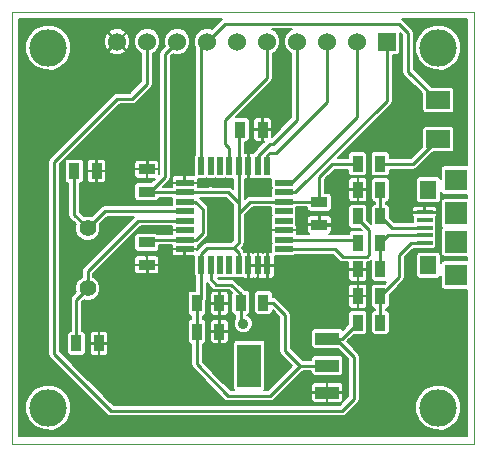
<source format=gtl>
G04 (created by PCBNEW (2013-mar-13)-testing) date Sun 09 Jun 2013 10:00:26 PM EDT*
%MOIN*%
G04 Gerber Fmt 3.4, Leading zero omitted, Abs format*
%FSLAX34Y34*%
G01*
G70*
G90*
G04 APERTURE LIST*
%ADD10C,0.005906*%
%ADD11C,0.003937*%
%ADD12R,0.035000X0.055000*%
%ADD13R,0.055000X0.035000*%
%ADD14R,0.080000X0.060000*%
%ADD15R,0.055100X0.063000*%
%ADD16R,0.074800X0.070900*%
%ADD17R,0.074800X0.074800*%
%ADD18R,0.053100X0.015700*%
%ADD19R,0.060000X0.060000*%
%ADD20C,0.060000*%
%ADD21C,0.125000*%
%ADD22C,0.056000*%
%ADD23R,0.080000X0.144000*%
%ADD24R,0.080000X0.040000*%
%ADD25R,0.059055X0.021654*%
%ADD26R,0.021654X0.059055*%
%ADD27C,0.035000*%
%ADD28C,0.010000*%
%ADD29C,0.008000*%
G04 APERTURE END LIST*
G54D10*
G54D11*
X81800Y-62200D02*
X81800Y-47800D01*
X97200Y-62200D02*
X81800Y-62200D01*
X97200Y-47800D02*
X97200Y-62200D01*
X81800Y-47800D02*
X97200Y-47800D01*
G54D12*
X89397Y-51737D03*
X90147Y-51737D03*
X87960Y-58469D03*
X88710Y-58469D03*
X94075Y-57283D03*
X93325Y-57283D03*
X94075Y-56397D03*
X93325Y-56397D03*
X94075Y-53740D03*
X93325Y-53740D03*
G54D13*
X86288Y-55495D03*
X86288Y-56245D03*
G54D12*
X83865Y-53114D03*
X84615Y-53114D03*
X83944Y-58862D03*
X84694Y-58862D03*
G54D14*
X96000Y-52050D03*
X96000Y-50750D03*
G54D12*
X94075Y-58169D03*
X93325Y-58169D03*
G54D15*
X95675Y-53740D03*
G54D16*
X96600Y-53425D03*
X96600Y-56575D03*
G54D17*
X96600Y-54528D03*
X96600Y-55472D03*
G54D15*
X95675Y-56260D03*
G54D18*
X95547Y-55512D03*
X95547Y-55256D03*
X95547Y-55000D03*
X95547Y-54744D03*
X95547Y-54488D03*
G54D19*
X94300Y-48800D03*
G54D20*
X93300Y-48800D03*
X92300Y-48800D03*
X91300Y-48800D03*
X90300Y-48800D03*
X89300Y-48800D03*
X88300Y-48800D03*
X87300Y-48800D03*
X86300Y-48800D03*
X85300Y-48800D03*
G54D21*
X96000Y-49000D03*
X83000Y-49000D03*
X96000Y-61000D03*
X83000Y-61000D03*
G54D12*
X94075Y-55511D03*
X93325Y-55511D03*
X94075Y-54625D03*
X93325Y-54625D03*
X94064Y-52878D03*
X93314Y-52878D03*
G54D22*
X84319Y-55028D03*
X84319Y-57028D03*
G54D23*
X89700Y-59600D03*
G54D24*
X92300Y-59600D03*
X92300Y-58700D03*
X92300Y-60500D03*
G54D12*
X87960Y-57524D03*
X88710Y-57524D03*
G54D13*
X92036Y-54157D03*
X92036Y-54907D03*
X86288Y-53804D03*
X86288Y-53054D03*
G54D12*
X89425Y-57500D03*
X90175Y-57500D03*
G54D25*
X87548Y-53508D03*
X87548Y-53823D03*
X87548Y-54138D03*
X87548Y-54453D03*
X87548Y-54768D03*
X87548Y-55083D03*
X87548Y-55398D03*
X87548Y-55713D03*
G54D26*
X88099Y-56264D03*
X88414Y-56264D03*
X88729Y-56264D03*
X89044Y-56264D03*
X89359Y-56264D03*
X89674Y-56264D03*
X89988Y-56264D03*
X90303Y-56264D03*
G54D25*
X90855Y-55713D03*
X90855Y-55398D03*
X90855Y-55083D03*
X90855Y-54768D03*
X90855Y-54453D03*
X90855Y-54138D03*
X90855Y-53823D03*
X90855Y-53508D03*
G54D26*
X90303Y-52957D03*
X89988Y-52957D03*
X89674Y-52957D03*
X89359Y-52957D03*
X89044Y-52957D03*
X88729Y-52957D03*
X88414Y-52957D03*
X88099Y-52957D03*
G54D27*
X89500Y-58200D03*
X94800Y-54200D03*
X88591Y-59217D03*
X86327Y-52425D03*
X86229Y-56855D03*
X92725Y-54788D03*
X89772Y-52327D03*
G54D28*
X86288Y-53804D02*
X86395Y-53804D01*
X86900Y-49200D02*
X87300Y-48800D01*
X86900Y-53300D02*
X86900Y-49200D01*
X86395Y-53804D02*
X86900Y-53300D01*
X91400Y-59600D02*
X90400Y-60600D01*
X87960Y-59560D02*
X87960Y-58469D01*
X89000Y-60600D02*
X87960Y-59560D01*
X90400Y-60600D02*
X89000Y-60600D01*
X90175Y-57500D02*
X90500Y-57500D01*
X90500Y-57500D02*
X90900Y-57900D01*
X92300Y-59600D02*
X91400Y-59600D01*
X90900Y-59100D02*
X90900Y-57900D01*
X91400Y-59600D02*
X90900Y-59100D01*
X88400Y-53800D02*
X88400Y-53823D01*
X88423Y-53823D02*
X88400Y-53800D01*
X87548Y-53823D02*
X88400Y-53823D01*
X88400Y-53823D02*
X89004Y-53823D01*
X89004Y-53823D02*
X89359Y-54177D01*
X90855Y-54138D02*
X89733Y-54138D01*
X89733Y-54138D02*
X89359Y-54512D01*
X89359Y-52957D02*
X89359Y-54177D01*
X89359Y-54177D02*
X89359Y-54512D01*
X89359Y-54512D02*
X89359Y-54800D01*
X89359Y-54800D02*
X89359Y-55496D01*
X89359Y-55496D02*
X89181Y-55674D01*
X89359Y-56264D02*
X89359Y-55851D01*
X89359Y-55851D02*
X89181Y-55674D01*
X88099Y-55870D02*
X88296Y-55674D01*
X89181Y-55674D02*
X88985Y-55674D01*
X88099Y-55870D02*
X88099Y-56264D01*
X88296Y-55674D02*
X88985Y-55674D01*
X88099Y-56264D02*
X88099Y-57385D01*
X88099Y-57385D02*
X87960Y-57524D01*
X87960Y-58469D02*
X87960Y-57524D01*
X93314Y-52878D02*
X92469Y-52878D01*
X92469Y-52878D02*
X92036Y-53311D01*
X92036Y-53311D02*
X92036Y-54157D01*
X90855Y-54138D02*
X92017Y-54138D01*
X92017Y-54138D02*
X92036Y-54157D01*
X89359Y-52957D02*
X89359Y-51775D01*
X89359Y-51775D02*
X89397Y-51737D01*
X87548Y-53823D02*
X86306Y-53823D01*
X86306Y-53823D02*
X86288Y-53804D01*
X92300Y-58700D02*
X92600Y-58700D01*
X86300Y-50200D02*
X86300Y-48800D01*
X85800Y-50700D02*
X86300Y-50200D01*
X85300Y-50700D02*
X85800Y-50700D01*
X83200Y-52800D02*
X85300Y-50700D01*
X83200Y-59200D02*
X83200Y-52800D01*
X84000Y-60000D02*
X83200Y-59200D01*
X85100Y-61100D02*
X84000Y-60000D01*
X92800Y-61100D02*
X85100Y-61100D01*
X93200Y-60700D02*
X92800Y-61100D01*
X93200Y-59300D02*
X93200Y-60700D01*
X92600Y-58700D02*
X93200Y-59300D01*
X92300Y-58700D02*
X92795Y-58700D01*
X92795Y-58700D02*
X93325Y-58169D01*
X89988Y-52957D02*
X89988Y-52611D01*
X91300Y-51400D02*
X91300Y-48800D01*
X90500Y-52200D02*
X91300Y-51400D01*
X90400Y-52200D02*
X90500Y-52200D01*
X89988Y-52611D02*
X90400Y-52200D01*
X89425Y-57500D02*
X89425Y-58125D01*
X89425Y-58125D02*
X89500Y-58200D01*
X88414Y-56264D02*
X88414Y-56714D01*
X89425Y-57225D02*
X89425Y-57500D01*
X89100Y-56900D02*
X89425Y-57225D01*
X88600Y-56900D02*
X89100Y-56900D01*
X88414Y-56714D02*
X88600Y-56900D01*
X90303Y-52957D02*
X90303Y-52596D01*
X92300Y-50800D02*
X92300Y-48800D01*
X90600Y-52500D02*
X92300Y-50800D01*
X90400Y-52500D02*
X90600Y-52500D01*
X90303Y-52596D02*
X90400Y-52500D01*
X90855Y-53508D02*
X91091Y-53508D01*
X93300Y-51300D02*
X93300Y-48800D01*
X91091Y-53508D02*
X93300Y-51300D01*
X90855Y-53823D02*
X91241Y-53823D01*
X94300Y-50765D02*
X94300Y-48800D01*
X91241Y-53823D02*
X94300Y-50765D01*
X89044Y-52957D02*
X89044Y-52344D01*
X90300Y-50000D02*
X90300Y-48800D01*
X88900Y-51400D02*
X90300Y-50000D01*
X88900Y-52200D02*
X88900Y-51400D01*
X89044Y-52344D02*
X88900Y-52200D01*
X88099Y-52957D02*
X88099Y-49000D01*
X88099Y-49000D02*
X88300Y-48800D01*
X96000Y-50750D02*
X95950Y-50750D01*
X88900Y-48200D02*
X88300Y-48800D01*
X94700Y-48200D02*
X88900Y-48200D01*
X95000Y-48500D02*
X94700Y-48200D01*
X95000Y-49800D02*
X95000Y-48500D01*
X95950Y-50750D02*
X95000Y-49800D01*
X95547Y-54488D02*
X95088Y-54488D01*
X95088Y-54488D02*
X94800Y-54200D01*
X88710Y-58469D02*
X88710Y-59098D01*
X88710Y-59098D02*
X88591Y-59217D01*
X86288Y-53054D02*
X86288Y-52465D01*
X86288Y-52465D02*
X86327Y-52425D01*
X86288Y-56245D02*
X86288Y-56796D01*
X86288Y-56796D02*
X86229Y-56855D01*
X92036Y-54907D02*
X92606Y-54907D01*
X92606Y-54907D02*
X92725Y-54788D01*
X89674Y-52957D02*
X89674Y-52425D01*
X89674Y-52425D02*
X89772Y-52327D01*
X87548Y-55398D02*
X87929Y-55398D01*
X87910Y-54138D02*
X88150Y-54377D01*
X88150Y-54377D02*
X88150Y-54877D01*
X87910Y-54138D02*
X87548Y-54138D01*
X88150Y-55177D02*
X88150Y-54877D01*
X87929Y-55398D02*
X88150Y-55177D01*
X87548Y-55398D02*
X86385Y-55398D01*
X86385Y-55398D02*
X86288Y-55495D01*
X94064Y-52878D02*
X95171Y-52878D01*
X95171Y-52878D02*
X96000Y-52050D01*
X87548Y-54453D02*
X84894Y-54453D01*
X84894Y-54453D02*
X84319Y-55028D01*
X83865Y-53114D02*
X83865Y-54574D01*
X83865Y-54574D02*
X84319Y-55028D01*
X87548Y-54768D02*
X86009Y-54768D01*
X84319Y-56458D02*
X84319Y-57028D01*
X86009Y-54768D02*
X84319Y-56458D01*
X83944Y-58862D02*
X83944Y-57403D01*
X83944Y-57403D02*
X84319Y-57028D01*
X90855Y-55713D02*
X92567Y-55713D01*
X93325Y-54699D02*
X93325Y-54625D01*
X93709Y-55083D02*
X93325Y-54699D01*
X93709Y-55870D02*
X93709Y-55083D01*
X93611Y-55969D02*
X93709Y-55870D01*
X92823Y-55969D02*
X93611Y-55969D01*
X92567Y-55713D02*
X92823Y-55969D01*
X95547Y-55000D02*
X94449Y-55000D01*
X94449Y-55000D02*
X94075Y-54625D01*
X94075Y-53740D02*
X94075Y-54625D01*
X95547Y-55256D02*
X94331Y-55256D01*
X94331Y-55256D02*
X94075Y-55511D01*
X94075Y-55511D02*
X94075Y-56397D01*
X90855Y-55398D02*
X93212Y-55398D01*
X93212Y-55398D02*
X93325Y-55511D01*
X95547Y-55512D02*
X95088Y-55512D01*
X94700Y-56659D02*
X94075Y-57283D01*
X94700Y-55900D02*
X94700Y-56659D01*
X95088Y-55512D02*
X94700Y-55900D01*
X94075Y-58169D02*
X94075Y-57283D01*
G54D10*
G36*
X91140Y-48390D02*
X91051Y-48426D01*
X90927Y-48550D01*
X90860Y-48712D01*
X90859Y-48887D01*
X90926Y-49048D01*
X91050Y-49172D01*
X91110Y-49197D01*
X91110Y-51321D01*
X90462Y-51968D01*
X90462Y-51782D01*
X90462Y-51692D01*
X90462Y-51489D01*
X90462Y-51434D01*
X90441Y-51382D01*
X90401Y-51343D01*
X90350Y-51322D01*
X90192Y-51322D01*
X90157Y-51357D01*
X90157Y-51727D01*
X90427Y-51727D01*
X90462Y-51692D01*
X90462Y-51782D01*
X90427Y-51747D01*
X90157Y-51747D01*
X90157Y-52117D01*
X90185Y-52145D01*
X90137Y-52193D01*
X90137Y-52117D01*
X90137Y-51747D01*
X90137Y-51727D01*
X90137Y-51357D01*
X90102Y-51322D01*
X89944Y-51322D01*
X89893Y-51343D01*
X89853Y-51382D01*
X89832Y-51434D01*
X89832Y-51489D01*
X89832Y-51692D01*
X89867Y-51727D01*
X90137Y-51727D01*
X90137Y-51747D01*
X89867Y-51747D01*
X89832Y-51782D01*
X89832Y-51984D01*
X89832Y-52039D01*
X89853Y-52091D01*
X89893Y-52130D01*
X89944Y-52152D01*
X90102Y-52152D01*
X90137Y-52117D01*
X90137Y-52193D01*
X89854Y-52476D01*
X89821Y-52526D01*
X89810Y-52522D01*
X89754Y-52522D01*
X89719Y-52522D01*
X89684Y-52557D01*
X89684Y-52947D01*
X89691Y-52947D01*
X89691Y-52967D01*
X89684Y-52967D01*
X89684Y-53357D01*
X89719Y-53392D01*
X89754Y-53392D01*
X89810Y-53392D01*
X89858Y-53372D01*
X89904Y-53372D01*
X90121Y-53372D01*
X90146Y-53362D01*
X90171Y-53372D01*
X90219Y-53372D01*
X90436Y-53372D01*
X90442Y-53370D01*
X90439Y-53376D01*
X90439Y-53424D01*
X90439Y-53640D01*
X90450Y-53666D01*
X90439Y-53691D01*
X90439Y-53739D01*
X90439Y-53948D01*
X89733Y-53948D01*
X89660Y-53963D01*
X89598Y-54004D01*
X89549Y-54053D01*
X89549Y-53392D01*
X89593Y-53392D01*
X89629Y-53392D01*
X89664Y-53357D01*
X89664Y-52967D01*
X89656Y-52967D01*
X89656Y-52947D01*
X89664Y-52947D01*
X89664Y-52557D01*
X89629Y-52522D01*
X89593Y-52522D01*
X89549Y-52522D01*
X89549Y-52152D01*
X89600Y-52152D01*
X89651Y-52130D01*
X89691Y-52091D01*
X89712Y-52039D01*
X89712Y-51984D01*
X89712Y-51434D01*
X89691Y-51382D01*
X89651Y-51343D01*
X89600Y-51322D01*
X89544Y-51322D01*
X89246Y-51322D01*
X90434Y-50134D01*
X90434Y-50134D01*
X90434Y-50134D01*
X90475Y-50072D01*
X90490Y-50000D01*
X90490Y-49197D01*
X90548Y-49173D01*
X90672Y-49049D01*
X90739Y-48887D01*
X90740Y-48712D01*
X90673Y-48551D01*
X90549Y-48427D01*
X90459Y-48390D01*
X91140Y-48390D01*
X91140Y-48390D01*
G37*
G54D29*
X91140Y-48390D02*
X91051Y-48426D01*
X90927Y-48550D01*
X90860Y-48712D01*
X90859Y-48887D01*
X90926Y-49048D01*
X91050Y-49172D01*
X91110Y-49197D01*
X91110Y-51321D01*
X90462Y-51968D01*
X90462Y-51782D01*
X90462Y-51692D01*
X90462Y-51489D01*
X90462Y-51434D01*
X90441Y-51382D01*
X90401Y-51343D01*
X90350Y-51322D01*
X90192Y-51322D01*
X90157Y-51357D01*
X90157Y-51727D01*
X90427Y-51727D01*
X90462Y-51692D01*
X90462Y-51782D01*
X90427Y-51747D01*
X90157Y-51747D01*
X90157Y-52117D01*
X90185Y-52145D01*
X90137Y-52193D01*
X90137Y-52117D01*
X90137Y-51747D01*
X90137Y-51727D01*
X90137Y-51357D01*
X90102Y-51322D01*
X89944Y-51322D01*
X89893Y-51343D01*
X89853Y-51382D01*
X89832Y-51434D01*
X89832Y-51489D01*
X89832Y-51692D01*
X89867Y-51727D01*
X90137Y-51727D01*
X90137Y-51747D01*
X89867Y-51747D01*
X89832Y-51782D01*
X89832Y-51984D01*
X89832Y-52039D01*
X89853Y-52091D01*
X89893Y-52130D01*
X89944Y-52152D01*
X90102Y-52152D01*
X90137Y-52117D01*
X90137Y-52193D01*
X89854Y-52476D01*
X89821Y-52526D01*
X89810Y-52522D01*
X89754Y-52522D01*
X89719Y-52522D01*
X89684Y-52557D01*
X89684Y-52947D01*
X89691Y-52947D01*
X89691Y-52967D01*
X89684Y-52967D01*
X89684Y-53357D01*
X89719Y-53392D01*
X89754Y-53392D01*
X89810Y-53392D01*
X89858Y-53372D01*
X89904Y-53372D01*
X90121Y-53372D01*
X90146Y-53362D01*
X90171Y-53372D01*
X90219Y-53372D01*
X90436Y-53372D01*
X90442Y-53370D01*
X90439Y-53376D01*
X90439Y-53424D01*
X90439Y-53640D01*
X90450Y-53666D01*
X90439Y-53691D01*
X90439Y-53739D01*
X90439Y-53948D01*
X89733Y-53948D01*
X89660Y-53963D01*
X89598Y-54004D01*
X89549Y-54053D01*
X89549Y-53392D01*
X89593Y-53392D01*
X89629Y-53392D01*
X89664Y-53357D01*
X89664Y-52967D01*
X89656Y-52967D01*
X89656Y-52947D01*
X89664Y-52947D01*
X89664Y-52557D01*
X89629Y-52522D01*
X89593Y-52522D01*
X89549Y-52522D01*
X89549Y-52152D01*
X89600Y-52152D01*
X89651Y-52130D01*
X89691Y-52091D01*
X89712Y-52039D01*
X89712Y-51984D01*
X89712Y-51434D01*
X89691Y-51382D01*
X89651Y-51343D01*
X89600Y-51322D01*
X89544Y-51322D01*
X89246Y-51322D01*
X90434Y-50134D01*
X90434Y-50134D01*
X90434Y-50134D01*
X90475Y-50072D01*
X90490Y-50000D01*
X90490Y-49197D01*
X90548Y-49173D01*
X90672Y-49049D01*
X90739Y-48887D01*
X90740Y-48712D01*
X90673Y-48551D01*
X90549Y-48427D01*
X90459Y-48390D01*
X91140Y-48390D01*
G54D10*
G36*
X96960Y-61960D02*
X96765Y-61960D01*
X96765Y-60848D01*
X96648Y-60567D01*
X96433Y-60351D01*
X96152Y-60235D01*
X95848Y-60234D01*
X95567Y-60351D01*
X95351Y-60566D01*
X95235Y-60847D01*
X95234Y-61151D01*
X95351Y-61432D01*
X95566Y-61648D01*
X95847Y-61764D01*
X96151Y-61765D01*
X96432Y-61648D01*
X96648Y-61433D01*
X96764Y-61152D01*
X96765Y-60848D01*
X96765Y-61960D01*
X93640Y-61960D01*
X93640Y-58472D01*
X93640Y-58416D01*
X93640Y-57866D01*
X93640Y-57586D01*
X93640Y-57530D01*
X93640Y-57328D01*
X93640Y-57238D01*
X93640Y-57036D01*
X93640Y-56980D01*
X93640Y-56700D01*
X93640Y-56644D01*
X93640Y-56442D01*
X93605Y-56407D01*
X93335Y-56407D01*
X93335Y-56777D01*
X93370Y-56812D01*
X93528Y-56812D01*
X93580Y-56791D01*
X93619Y-56751D01*
X93640Y-56700D01*
X93640Y-56980D01*
X93619Y-56929D01*
X93580Y-56889D01*
X93528Y-56868D01*
X93370Y-56868D01*
X93335Y-56903D01*
X93335Y-57273D01*
X93605Y-57273D01*
X93640Y-57238D01*
X93640Y-57328D01*
X93605Y-57293D01*
X93335Y-57293D01*
X93335Y-57663D01*
X93370Y-57698D01*
X93528Y-57698D01*
X93580Y-57677D01*
X93619Y-57637D01*
X93640Y-57586D01*
X93640Y-57866D01*
X93619Y-57814D01*
X93580Y-57775D01*
X93528Y-57754D01*
X93472Y-57754D01*
X93315Y-57754D01*
X93315Y-57663D01*
X93315Y-57293D01*
X93315Y-57273D01*
X93315Y-56903D01*
X93315Y-56777D01*
X93315Y-56407D01*
X93045Y-56407D01*
X93010Y-56442D01*
X93010Y-56644D01*
X93010Y-56700D01*
X93032Y-56751D01*
X93071Y-56791D01*
X93122Y-56812D01*
X93280Y-56812D01*
X93315Y-56777D01*
X93315Y-56903D01*
X93280Y-56868D01*
X93122Y-56868D01*
X93071Y-56889D01*
X93032Y-56929D01*
X93010Y-56980D01*
X93010Y-57036D01*
X93010Y-57238D01*
X93045Y-57273D01*
X93315Y-57273D01*
X93315Y-57293D01*
X93045Y-57293D01*
X93010Y-57328D01*
X93010Y-57530D01*
X93010Y-57586D01*
X93032Y-57637D01*
X93071Y-57677D01*
X93122Y-57698D01*
X93280Y-57698D01*
X93315Y-57663D01*
X93315Y-57754D01*
X93122Y-57754D01*
X93071Y-57775D01*
X93032Y-57814D01*
X93010Y-57866D01*
X93010Y-57922D01*
X93010Y-58215D01*
X92812Y-58414D01*
X92779Y-58381D01*
X92727Y-58360D01*
X92672Y-58360D01*
X91872Y-58360D01*
X91820Y-58381D01*
X91781Y-58420D01*
X91760Y-58472D01*
X91760Y-58527D01*
X91760Y-58927D01*
X91781Y-58979D01*
X91820Y-59018D01*
X91872Y-59040D01*
X91927Y-59040D01*
X92671Y-59040D01*
X93010Y-59378D01*
X93010Y-60621D01*
X92840Y-60791D01*
X92840Y-60727D01*
X92840Y-60545D01*
X92840Y-60455D01*
X92840Y-60272D01*
X92818Y-60220D01*
X92779Y-60181D01*
X92727Y-60160D01*
X92672Y-60160D01*
X92345Y-60160D01*
X92310Y-60195D01*
X92310Y-60490D01*
X92805Y-60490D01*
X92840Y-60455D01*
X92840Y-60545D01*
X92805Y-60510D01*
X92310Y-60510D01*
X92310Y-60805D01*
X92345Y-60840D01*
X92672Y-60840D01*
X92727Y-60840D01*
X92779Y-60818D01*
X92818Y-60779D01*
X92840Y-60727D01*
X92840Y-60791D01*
X92721Y-60910D01*
X92290Y-60910D01*
X92290Y-60805D01*
X92290Y-60510D01*
X92290Y-60490D01*
X92290Y-60195D01*
X92255Y-60160D01*
X91927Y-60160D01*
X91872Y-60160D01*
X91820Y-60181D01*
X91781Y-60220D01*
X91760Y-60272D01*
X91760Y-60455D01*
X91795Y-60490D01*
X92290Y-60490D01*
X92290Y-60510D01*
X91795Y-60510D01*
X91760Y-60545D01*
X91760Y-60727D01*
X91781Y-60779D01*
X91820Y-60818D01*
X91872Y-60840D01*
X91927Y-60840D01*
X92255Y-60840D01*
X92290Y-60805D01*
X92290Y-60910D01*
X87538Y-60910D01*
X87538Y-55926D01*
X87538Y-55723D01*
X87147Y-55723D01*
X87112Y-55758D01*
X87112Y-55849D01*
X87134Y-55900D01*
X87173Y-55940D01*
X87224Y-55961D01*
X87280Y-55961D01*
X87503Y-55961D01*
X87538Y-55926D01*
X87538Y-60910D01*
X86703Y-60910D01*
X86703Y-56448D01*
X86703Y-56290D01*
X86703Y-56200D01*
X86703Y-56043D01*
X86681Y-55991D01*
X86642Y-55952D01*
X86591Y-55930D01*
X86535Y-55930D01*
X86333Y-55930D01*
X86298Y-55965D01*
X86298Y-56235D01*
X86668Y-56235D01*
X86703Y-56200D01*
X86703Y-56290D01*
X86668Y-56255D01*
X86298Y-56255D01*
X86298Y-56525D01*
X86333Y-56560D01*
X86535Y-56560D01*
X86591Y-56560D01*
X86642Y-56539D01*
X86681Y-56500D01*
X86703Y-56448D01*
X86703Y-60910D01*
X86278Y-60910D01*
X86278Y-56525D01*
X86278Y-56255D01*
X86278Y-56235D01*
X86278Y-55965D01*
X86243Y-55930D01*
X86041Y-55930D01*
X85985Y-55930D01*
X85933Y-55952D01*
X85894Y-55991D01*
X85873Y-56043D01*
X85873Y-56200D01*
X85908Y-56235D01*
X86278Y-56235D01*
X86278Y-56255D01*
X85908Y-56255D01*
X85873Y-56290D01*
X85873Y-56448D01*
X85894Y-56500D01*
X85933Y-56539D01*
X85985Y-56560D01*
X86041Y-56560D01*
X86243Y-56560D01*
X86278Y-56525D01*
X86278Y-60910D01*
X85178Y-60910D01*
X85009Y-60740D01*
X85009Y-59165D01*
X85009Y-59110D01*
X85009Y-58907D01*
X85009Y-58817D01*
X85009Y-58615D01*
X85009Y-58560D01*
X84988Y-58508D01*
X84948Y-58469D01*
X84897Y-58447D01*
X84739Y-58447D01*
X84704Y-58482D01*
X84704Y-58852D01*
X84974Y-58852D01*
X85009Y-58817D01*
X85009Y-58907D01*
X84974Y-58872D01*
X84704Y-58872D01*
X84704Y-59242D01*
X84739Y-59277D01*
X84897Y-59277D01*
X84948Y-59256D01*
X84988Y-59217D01*
X85009Y-59165D01*
X85009Y-60740D01*
X84684Y-60415D01*
X84684Y-59242D01*
X84684Y-58872D01*
X84684Y-58852D01*
X84684Y-58482D01*
X84649Y-58447D01*
X84491Y-58447D01*
X84440Y-58469D01*
X84400Y-58508D01*
X84379Y-58560D01*
X84379Y-58615D01*
X84379Y-58817D01*
X84414Y-58852D01*
X84684Y-58852D01*
X84684Y-58872D01*
X84414Y-58872D01*
X84379Y-58907D01*
X84379Y-59110D01*
X84379Y-59165D01*
X84400Y-59217D01*
X84440Y-59256D01*
X84491Y-59277D01*
X84649Y-59277D01*
X84684Y-59242D01*
X84684Y-60415D01*
X84134Y-59865D01*
X83390Y-59121D01*
X83390Y-52878D01*
X85378Y-50890D01*
X85800Y-50890D01*
X85872Y-50875D01*
X85934Y-50834D01*
X86434Y-50334D01*
X86475Y-50272D01*
X86490Y-50200D01*
X86490Y-49197D01*
X86548Y-49173D01*
X86672Y-49049D01*
X86739Y-48887D01*
X86740Y-48712D01*
X86673Y-48551D01*
X86549Y-48427D01*
X86387Y-48360D01*
X86212Y-48359D01*
X86051Y-48426D01*
X85927Y-48550D01*
X85860Y-48712D01*
X85859Y-48887D01*
X85926Y-49048D01*
X86050Y-49172D01*
X86110Y-49197D01*
X86110Y-50121D01*
X85741Y-50489D01*
X85741Y-48719D01*
X85677Y-48557D01*
X85668Y-48544D01*
X85599Y-48514D01*
X85585Y-48528D01*
X85585Y-48500D01*
X85555Y-48431D01*
X85394Y-48361D01*
X85219Y-48358D01*
X85057Y-48422D01*
X85044Y-48431D01*
X85014Y-48500D01*
X85300Y-48785D01*
X85585Y-48500D01*
X85585Y-48528D01*
X85314Y-48800D01*
X85599Y-49085D01*
X85668Y-49055D01*
X85738Y-48894D01*
X85741Y-48719D01*
X85741Y-50489D01*
X85721Y-50510D01*
X85585Y-50510D01*
X85585Y-49099D01*
X85300Y-48814D01*
X85285Y-48828D01*
X85285Y-48800D01*
X85000Y-48514D01*
X84931Y-48544D01*
X84861Y-48705D01*
X84858Y-48880D01*
X84922Y-49042D01*
X84931Y-49055D01*
X85000Y-49085D01*
X85285Y-48800D01*
X85285Y-48828D01*
X85014Y-49099D01*
X85044Y-49168D01*
X85205Y-49238D01*
X85380Y-49241D01*
X85542Y-49177D01*
X85555Y-49168D01*
X85585Y-49099D01*
X85585Y-50510D01*
X85300Y-50510D01*
X85227Y-50524D01*
X85165Y-50565D01*
X83765Y-51966D01*
X83765Y-48848D01*
X83648Y-48567D01*
X83433Y-48351D01*
X83152Y-48235D01*
X82848Y-48234D01*
X82567Y-48351D01*
X82351Y-48566D01*
X82235Y-48847D01*
X82234Y-49151D01*
X82351Y-49432D01*
X82566Y-49648D01*
X82847Y-49764D01*
X83151Y-49765D01*
X83432Y-49648D01*
X83648Y-49433D01*
X83764Y-49152D01*
X83765Y-48848D01*
X83765Y-51966D01*
X83065Y-52665D01*
X83024Y-52727D01*
X83010Y-52800D01*
X83010Y-59200D01*
X83024Y-59272D01*
X83065Y-59334D01*
X83865Y-60134D01*
X84965Y-61234D01*
X85027Y-61275D01*
X85100Y-61290D01*
X85100Y-61290D01*
X85100Y-61290D01*
X92800Y-61290D01*
X92872Y-61275D01*
X92934Y-61234D01*
X93334Y-60834D01*
X93375Y-60772D01*
X93390Y-60700D01*
X93390Y-59300D01*
X93375Y-59227D01*
X93334Y-59165D01*
X93334Y-59165D01*
X92966Y-58797D01*
X93179Y-58584D01*
X93528Y-58584D01*
X93580Y-58562D01*
X93619Y-58523D01*
X93640Y-58472D01*
X93640Y-61960D01*
X83765Y-61960D01*
X83765Y-60848D01*
X83648Y-60567D01*
X83433Y-60351D01*
X83152Y-60235D01*
X82848Y-60234D01*
X82567Y-60351D01*
X82351Y-60566D01*
X82235Y-60847D01*
X82234Y-61151D01*
X82351Y-61432D01*
X82566Y-61648D01*
X82847Y-61764D01*
X83151Y-61765D01*
X83432Y-61648D01*
X83648Y-61433D01*
X83764Y-61152D01*
X83765Y-60848D01*
X83765Y-61960D01*
X82040Y-61960D01*
X82040Y-48040D01*
X88804Y-48040D01*
X88765Y-48065D01*
X88765Y-48065D01*
X88446Y-48384D01*
X88387Y-48360D01*
X88212Y-48359D01*
X88051Y-48426D01*
X87927Y-48550D01*
X87860Y-48712D01*
X87859Y-48887D01*
X87909Y-49006D01*
X87909Y-52574D01*
X87889Y-52594D01*
X87870Y-52638D01*
X87870Y-52686D01*
X87870Y-53260D01*
X87815Y-53260D01*
X87593Y-53260D01*
X87558Y-53295D01*
X87558Y-53498D01*
X87948Y-53498D01*
X87983Y-53463D01*
X87983Y-53372D01*
X88014Y-53372D01*
X88231Y-53372D01*
X88256Y-53362D01*
X88282Y-53372D01*
X88329Y-53372D01*
X88546Y-53372D01*
X88571Y-53362D01*
X88596Y-53372D01*
X88644Y-53372D01*
X88861Y-53372D01*
X88886Y-53362D01*
X88911Y-53372D01*
X88959Y-53372D01*
X89169Y-53372D01*
X89169Y-53719D01*
X89139Y-53689D01*
X89077Y-53648D01*
X89004Y-53633D01*
X88486Y-53633D01*
X88472Y-53624D01*
X88400Y-53610D01*
X88327Y-53624D01*
X88313Y-53633D01*
X87983Y-53633D01*
X87983Y-53553D01*
X87948Y-53518D01*
X87558Y-53518D01*
X87558Y-53526D01*
X87538Y-53526D01*
X87538Y-53518D01*
X87538Y-53498D01*
X87538Y-53295D01*
X87503Y-53260D01*
X87280Y-53260D01*
X87224Y-53260D01*
X87173Y-53281D01*
X87134Y-53321D01*
X87112Y-53372D01*
X87112Y-53463D01*
X87147Y-53498D01*
X87538Y-53498D01*
X87538Y-53518D01*
X87147Y-53518D01*
X87112Y-53553D01*
X87112Y-53633D01*
X86835Y-53633D01*
X87034Y-53434D01*
X87075Y-53372D01*
X87090Y-53300D01*
X87090Y-49278D01*
X87153Y-49215D01*
X87212Y-49239D01*
X87387Y-49240D01*
X87548Y-49173D01*
X87672Y-49049D01*
X87739Y-48887D01*
X87740Y-48712D01*
X87673Y-48551D01*
X87549Y-48427D01*
X87387Y-48360D01*
X87212Y-48359D01*
X87051Y-48426D01*
X86927Y-48550D01*
X86860Y-48712D01*
X86859Y-48887D01*
X86884Y-48946D01*
X86765Y-49065D01*
X86724Y-49127D01*
X86710Y-49200D01*
X86710Y-53221D01*
X86703Y-53228D01*
X86703Y-53099D01*
X86703Y-53009D01*
X86703Y-52852D01*
X86681Y-52800D01*
X86642Y-52761D01*
X86591Y-52739D01*
X86535Y-52739D01*
X86333Y-52739D01*
X86298Y-52774D01*
X86298Y-53044D01*
X86668Y-53044D01*
X86703Y-53009D01*
X86703Y-53099D01*
X86668Y-53064D01*
X86298Y-53064D01*
X86298Y-53334D01*
X86333Y-53369D01*
X86535Y-53369D01*
X86561Y-53369D01*
X86441Y-53489D01*
X86278Y-53489D01*
X86278Y-53334D01*
X86278Y-53064D01*
X86278Y-53044D01*
X86278Y-52774D01*
X86243Y-52739D01*
X86041Y-52739D01*
X85985Y-52739D01*
X85933Y-52761D01*
X85894Y-52800D01*
X85873Y-52852D01*
X85873Y-53009D01*
X85908Y-53044D01*
X86278Y-53044D01*
X86278Y-53064D01*
X85908Y-53064D01*
X85873Y-53099D01*
X85873Y-53257D01*
X85894Y-53309D01*
X85933Y-53348D01*
X85985Y-53369D01*
X86041Y-53369D01*
X86243Y-53369D01*
X86278Y-53334D01*
X86278Y-53489D01*
X85985Y-53489D01*
X85933Y-53511D01*
X85894Y-53550D01*
X85873Y-53602D01*
X85873Y-53657D01*
X85873Y-54007D01*
X85894Y-54059D01*
X85933Y-54098D01*
X85985Y-54119D01*
X86041Y-54119D01*
X86591Y-54119D01*
X86642Y-54098D01*
X86681Y-54059D01*
X86700Y-54013D01*
X87132Y-54013D01*
X87132Y-54054D01*
X87132Y-54263D01*
X84930Y-54263D01*
X84930Y-53417D01*
X84930Y-53362D01*
X84930Y-53159D01*
X84930Y-53069D01*
X84930Y-52867D01*
X84930Y-52812D01*
X84909Y-52760D01*
X84870Y-52721D01*
X84818Y-52699D01*
X84660Y-52699D01*
X84625Y-52734D01*
X84625Y-53104D01*
X84895Y-53104D01*
X84930Y-53069D01*
X84930Y-53159D01*
X84895Y-53124D01*
X84625Y-53124D01*
X84625Y-53494D01*
X84660Y-53529D01*
X84818Y-53529D01*
X84870Y-53508D01*
X84909Y-53469D01*
X84930Y-53417D01*
X84930Y-54263D01*
X84894Y-54263D01*
X84894Y-54263D01*
X84821Y-54278D01*
X84760Y-54319D01*
X84605Y-54473D01*
X84605Y-53494D01*
X84605Y-53124D01*
X84605Y-53104D01*
X84605Y-52734D01*
X84570Y-52699D01*
X84413Y-52699D01*
X84361Y-52721D01*
X84322Y-52760D01*
X84300Y-52812D01*
X84300Y-52867D01*
X84300Y-53069D01*
X84335Y-53104D01*
X84605Y-53104D01*
X84605Y-53124D01*
X84335Y-53124D01*
X84300Y-53159D01*
X84300Y-53362D01*
X84300Y-53417D01*
X84322Y-53469D01*
X84361Y-53508D01*
X84413Y-53529D01*
X84570Y-53529D01*
X84605Y-53494D01*
X84605Y-54473D01*
X84451Y-54628D01*
X84403Y-54608D01*
X84236Y-54608D01*
X84188Y-54628D01*
X84055Y-54495D01*
X84055Y-53529D01*
X84068Y-53529D01*
X84120Y-53508D01*
X84159Y-53469D01*
X84180Y-53417D01*
X84180Y-53362D01*
X84180Y-52812D01*
X84159Y-52760D01*
X84120Y-52721D01*
X84068Y-52699D01*
X84013Y-52699D01*
X83663Y-52699D01*
X83611Y-52721D01*
X83572Y-52760D01*
X83550Y-52812D01*
X83550Y-52867D01*
X83550Y-53417D01*
X83572Y-53469D01*
X83611Y-53508D01*
X83663Y-53529D01*
X83675Y-53529D01*
X83675Y-54574D01*
X83690Y-54647D01*
X83731Y-54708D01*
X83919Y-54896D01*
X83899Y-54944D01*
X83899Y-55111D01*
X83963Y-55265D01*
X84081Y-55384D01*
X84235Y-55448D01*
X84402Y-55448D01*
X84557Y-55384D01*
X84675Y-55266D01*
X84739Y-55112D01*
X84739Y-54945D01*
X84719Y-54896D01*
X84973Y-54643D01*
X85865Y-54643D01*
X84185Y-56323D01*
X84144Y-56385D01*
X84129Y-56458D01*
X84129Y-56652D01*
X84082Y-56672D01*
X83963Y-56790D01*
X83899Y-56944D01*
X83899Y-57111D01*
X83919Y-57159D01*
X83810Y-57268D01*
X83769Y-57330D01*
X83754Y-57403D01*
X83754Y-58447D01*
X83741Y-58447D01*
X83690Y-58469D01*
X83650Y-58508D01*
X83629Y-58560D01*
X83629Y-58615D01*
X83629Y-59165D01*
X83650Y-59217D01*
X83690Y-59256D01*
X83741Y-59277D01*
X83797Y-59277D01*
X84147Y-59277D01*
X84198Y-59256D01*
X84238Y-59217D01*
X84259Y-59165D01*
X84259Y-59110D01*
X84259Y-58560D01*
X84238Y-58508D01*
X84198Y-58469D01*
X84147Y-58447D01*
X84134Y-58447D01*
X84134Y-57482D01*
X84188Y-57428D01*
X84235Y-57448D01*
X84402Y-57448D01*
X84557Y-57384D01*
X84675Y-57266D01*
X84739Y-57112D01*
X84739Y-56945D01*
X84675Y-56790D01*
X84557Y-56672D01*
X84509Y-56652D01*
X84509Y-56536D01*
X86088Y-54958D01*
X87112Y-54958D01*
X87112Y-55038D01*
X87147Y-55073D01*
X87538Y-55073D01*
X87538Y-55065D01*
X87558Y-55065D01*
X87558Y-55073D01*
X87565Y-55073D01*
X87565Y-55093D01*
X87558Y-55093D01*
X87558Y-55101D01*
X87538Y-55101D01*
X87538Y-55093D01*
X87147Y-55093D01*
X87112Y-55128D01*
X87112Y-55208D01*
X86648Y-55208D01*
X86642Y-55202D01*
X86591Y-55180D01*
X86535Y-55180D01*
X85985Y-55180D01*
X85933Y-55202D01*
X85894Y-55241D01*
X85873Y-55293D01*
X85873Y-55348D01*
X85873Y-55698D01*
X85894Y-55750D01*
X85933Y-55789D01*
X85985Y-55810D01*
X86041Y-55810D01*
X86591Y-55810D01*
X86642Y-55789D01*
X86681Y-55750D01*
X86703Y-55698D01*
X86703Y-55643D01*
X86703Y-55588D01*
X87112Y-55588D01*
X87112Y-55668D01*
X87147Y-55703D01*
X87538Y-55703D01*
X87538Y-55695D01*
X87558Y-55695D01*
X87558Y-55703D01*
X87948Y-55703D01*
X87983Y-55668D01*
X87983Y-55577D01*
X88002Y-55573D01*
X88063Y-55532D01*
X88284Y-55312D01*
X88284Y-55312D01*
X88284Y-55312D01*
X88325Y-55250D01*
X88340Y-55177D01*
X88340Y-55177D01*
X88340Y-55177D01*
X88340Y-54877D01*
X88340Y-54377D01*
X88325Y-54305D01*
X88284Y-54243D01*
X88054Y-54013D01*
X88400Y-54013D01*
X88423Y-54013D01*
X88423Y-54013D01*
X88423Y-54013D01*
X88926Y-54013D01*
X89169Y-54256D01*
X89169Y-54512D01*
X89169Y-54800D01*
X89169Y-55418D01*
X89103Y-55484D01*
X88985Y-55484D01*
X88296Y-55484D01*
X88296Y-55484D01*
X88223Y-55498D01*
X88161Y-55539D01*
X87964Y-55736D01*
X87963Y-55738D01*
X87948Y-55723D01*
X87558Y-55723D01*
X87558Y-55926D01*
X87593Y-55961D01*
X87815Y-55961D01*
X87870Y-55961D01*
X87870Y-55993D01*
X87870Y-56583D01*
X87889Y-56627D01*
X87909Y-56647D01*
X87909Y-57109D01*
X87757Y-57109D01*
X87706Y-57130D01*
X87666Y-57170D01*
X87645Y-57221D01*
X87645Y-57277D01*
X87645Y-57827D01*
X87666Y-57878D01*
X87706Y-57918D01*
X87757Y-57939D01*
X87770Y-57939D01*
X87770Y-58054D01*
X87757Y-58054D01*
X87706Y-58075D01*
X87666Y-58114D01*
X87645Y-58166D01*
X87645Y-58222D01*
X87645Y-58772D01*
X87666Y-58823D01*
X87706Y-58862D01*
X87757Y-58884D01*
X87770Y-58884D01*
X87770Y-59560D01*
X87784Y-59633D01*
X87826Y-59694D01*
X88865Y-60734D01*
X88927Y-60775D01*
X89000Y-60790D01*
X90400Y-60790D01*
X90472Y-60775D01*
X90534Y-60734D01*
X91478Y-59790D01*
X91760Y-59790D01*
X91760Y-59827D01*
X91781Y-59879D01*
X91820Y-59918D01*
X91872Y-59940D01*
X91927Y-59940D01*
X92727Y-59940D01*
X92779Y-59918D01*
X92818Y-59879D01*
X92840Y-59827D01*
X92840Y-59772D01*
X92840Y-59372D01*
X92818Y-59320D01*
X92779Y-59281D01*
X92727Y-59260D01*
X92672Y-59260D01*
X91872Y-59260D01*
X91820Y-59281D01*
X91781Y-59320D01*
X91760Y-59372D01*
X91760Y-59410D01*
X91478Y-59410D01*
X91090Y-59021D01*
X91090Y-57900D01*
X91075Y-57827D01*
X91034Y-57765D01*
X90634Y-57365D01*
X90572Y-57324D01*
X90552Y-57320D01*
X90552Y-56587D01*
X90552Y-56309D01*
X90517Y-56274D01*
X90313Y-56274D01*
X90313Y-56664D01*
X90348Y-56699D01*
X90384Y-56699D01*
X90440Y-56699D01*
X90491Y-56678D01*
X90530Y-56639D01*
X90552Y-56587D01*
X90552Y-57320D01*
X90500Y-57310D01*
X90490Y-57310D01*
X90490Y-57197D01*
X90468Y-57145D01*
X90429Y-57106D01*
X90377Y-57085D01*
X90322Y-57085D01*
X90293Y-57085D01*
X90293Y-56664D01*
X90293Y-56274D01*
X90293Y-56254D01*
X90293Y-55864D01*
X90258Y-55829D01*
X90223Y-55829D01*
X90167Y-55829D01*
X90146Y-55838D01*
X90125Y-55829D01*
X90069Y-55829D01*
X90033Y-55829D01*
X89998Y-55864D01*
X89998Y-56254D01*
X90090Y-56254D01*
X90202Y-56254D01*
X90293Y-56254D01*
X90293Y-56274D01*
X90202Y-56274D01*
X90090Y-56274D01*
X89998Y-56274D01*
X89998Y-56664D01*
X90033Y-56699D01*
X90069Y-56699D01*
X90125Y-56699D01*
X90146Y-56690D01*
X90167Y-56699D01*
X90223Y-56699D01*
X90258Y-56699D01*
X90293Y-56664D01*
X90293Y-57085D01*
X89978Y-57085D01*
X89978Y-56664D01*
X89978Y-56274D01*
X89978Y-56254D01*
X89978Y-55864D01*
X89943Y-55829D01*
X89908Y-55829D01*
X89852Y-55829D01*
X89831Y-55838D01*
X89810Y-55829D01*
X89754Y-55829D01*
X89719Y-55829D01*
X89684Y-55864D01*
X89684Y-56254D01*
X89775Y-56254D01*
X89887Y-56254D01*
X89978Y-56254D01*
X89978Y-56274D01*
X89887Y-56274D01*
X89775Y-56274D01*
X89684Y-56274D01*
X89684Y-56664D01*
X89719Y-56699D01*
X89754Y-56699D01*
X89810Y-56699D01*
X89831Y-56690D01*
X89852Y-56699D01*
X89908Y-56699D01*
X89943Y-56699D01*
X89978Y-56664D01*
X89978Y-57085D01*
X89972Y-57085D01*
X89920Y-57106D01*
X89881Y-57145D01*
X89860Y-57197D01*
X89860Y-57252D01*
X89860Y-57802D01*
X89881Y-57854D01*
X89920Y-57893D01*
X89972Y-57915D01*
X90027Y-57915D01*
X90377Y-57915D01*
X90429Y-57893D01*
X90468Y-57854D01*
X90490Y-57802D01*
X90490Y-57758D01*
X90710Y-57978D01*
X90710Y-59100D01*
X90724Y-59172D01*
X90765Y-59234D01*
X91131Y-59600D01*
X90321Y-60410D01*
X90207Y-60410D01*
X90218Y-60399D01*
X90240Y-60347D01*
X90240Y-60292D01*
X90240Y-58852D01*
X90218Y-58800D01*
X90179Y-58761D01*
X90127Y-58740D01*
X90072Y-58740D01*
X89272Y-58740D01*
X89220Y-58761D01*
X89181Y-58800D01*
X89160Y-58852D01*
X89160Y-58907D01*
X89160Y-60347D01*
X89181Y-60399D01*
X89192Y-60410D01*
X89078Y-60410D01*
X89025Y-60356D01*
X89025Y-58772D01*
X89025Y-58716D01*
X89025Y-58514D01*
X89025Y-58424D01*
X89025Y-58222D01*
X89025Y-58166D01*
X89025Y-57827D01*
X89025Y-57771D01*
X89025Y-57569D01*
X89025Y-57479D01*
X89025Y-57277D01*
X89025Y-57221D01*
X89004Y-57170D01*
X88964Y-57130D01*
X88913Y-57109D01*
X88755Y-57109D01*
X88720Y-57144D01*
X88720Y-57514D01*
X88990Y-57514D01*
X89025Y-57479D01*
X89025Y-57569D01*
X88990Y-57534D01*
X88720Y-57534D01*
X88720Y-57904D01*
X88755Y-57939D01*
X88913Y-57939D01*
X88964Y-57918D01*
X89004Y-57878D01*
X89025Y-57827D01*
X89025Y-58166D01*
X89004Y-58114D01*
X88964Y-58075D01*
X88913Y-58054D01*
X88755Y-58054D01*
X88720Y-58089D01*
X88720Y-58459D01*
X88990Y-58459D01*
X89025Y-58424D01*
X89025Y-58514D01*
X88990Y-58479D01*
X88720Y-58479D01*
X88720Y-58849D01*
X88755Y-58884D01*
X88913Y-58884D01*
X88964Y-58862D01*
X89004Y-58823D01*
X89025Y-58772D01*
X89025Y-60356D01*
X88700Y-60031D01*
X88700Y-58849D01*
X88700Y-58479D01*
X88700Y-58459D01*
X88700Y-58089D01*
X88700Y-57904D01*
X88700Y-57534D01*
X88700Y-57514D01*
X88700Y-57144D01*
X88665Y-57109D01*
X88507Y-57109D01*
X88456Y-57130D01*
X88416Y-57170D01*
X88395Y-57221D01*
X88395Y-57277D01*
X88395Y-57479D01*
X88430Y-57514D01*
X88700Y-57514D01*
X88700Y-57534D01*
X88430Y-57534D01*
X88395Y-57569D01*
X88395Y-57771D01*
X88395Y-57827D01*
X88416Y-57878D01*
X88456Y-57918D01*
X88507Y-57939D01*
X88665Y-57939D01*
X88700Y-57904D01*
X88700Y-58089D01*
X88665Y-58054D01*
X88507Y-58054D01*
X88456Y-58075D01*
X88416Y-58114D01*
X88395Y-58166D01*
X88395Y-58222D01*
X88395Y-58424D01*
X88430Y-58459D01*
X88700Y-58459D01*
X88700Y-58479D01*
X88430Y-58479D01*
X88395Y-58514D01*
X88395Y-58716D01*
X88395Y-58772D01*
X88416Y-58823D01*
X88456Y-58862D01*
X88507Y-58884D01*
X88665Y-58884D01*
X88700Y-58849D01*
X88700Y-60031D01*
X88150Y-59481D01*
X88150Y-58884D01*
X88163Y-58884D01*
X88214Y-58862D01*
X88254Y-58823D01*
X88275Y-58772D01*
X88275Y-58716D01*
X88275Y-58166D01*
X88254Y-58114D01*
X88214Y-58075D01*
X88163Y-58054D01*
X88150Y-58054D01*
X88150Y-57939D01*
X88163Y-57939D01*
X88214Y-57918D01*
X88254Y-57878D01*
X88275Y-57827D01*
X88275Y-57771D01*
X88275Y-57454D01*
X88289Y-57385D01*
X88289Y-56857D01*
X88465Y-57034D01*
X88527Y-57075D01*
X88600Y-57090D01*
X88600Y-57090D01*
X88600Y-57090D01*
X89021Y-57090D01*
X89115Y-57184D01*
X89110Y-57197D01*
X89110Y-57252D01*
X89110Y-57802D01*
X89131Y-57854D01*
X89170Y-57893D01*
X89222Y-57915D01*
X89235Y-57915D01*
X89235Y-58019D01*
X89233Y-58021D01*
X89185Y-58137D01*
X89184Y-58262D01*
X89232Y-58378D01*
X89321Y-58466D01*
X89437Y-58514D01*
X89562Y-58515D01*
X89678Y-58467D01*
X89766Y-58378D01*
X89814Y-58262D01*
X89815Y-58137D01*
X89767Y-58021D01*
X89678Y-57933D01*
X89631Y-57913D01*
X89679Y-57893D01*
X89718Y-57854D01*
X89740Y-57802D01*
X89740Y-57747D01*
X89740Y-57197D01*
X89718Y-57145D01*
X89679Y-57106D01*
X89627Y-57085D01*
X89572Y-57085D01*
X89553Y-57085D01*
X89234Y-56765D01*
X89172Y-56724D01*
X89100Y-56710D01*
X88678Y-56710D01*
X88648Y-56679D01*
X88861Y-56679D01*
X88886Y-56669D01*
X88911Y-56679D01*
X88959Y-56679D01*
X89176Y-56679D01*
X89201Y-56669D01*
X89226Y-56679D01*
X89274Y-56679D01*
X89489Y-56679D01*
X89537Y-56699D01*
X89593Y-56699D01*
X89629Y-56699D01*
X89664Y-56664D01*
X89664Y-56274D01*
X89656Y-56274D01*
X89656Y-56254D01*
X89664Y-56254D01*
X89664Y-55864D01*
X89629Y-55829D01*
X89593Y-55829D01*
X89544Y-55829D01*
X89534Y-55778D01*
X89493Y-55716D01*
X89450Y-55674D01*
X89493Y-55631D01*
X89534Y-55569D01*
X89549Y-55496D01*
X89549Y-54800D01*
X89549Y-54591D01*
X89811Y-54328D01*
X90439Y-54328D01*
X90439Y-54369D01*
X90439Y-54585D01*
X90450Y-54611D01*
X90439Y-54636D01*
X90439Y-54684D01*
X90439Y-54899D01*
X90419Y-54947D01*
X90419Y-55038D01*
X90454Y-55073D01*
X90845Y-55073D01*
X90845Y-55065D01*
X90865Y-55065D01*
X90865Y-55073D01*
X91255Y-55073D01*
X91290Y-55038D01*
X91290Y-54947D01*
X91270Y-54899D01*
X91270Y-54852D01*
X91270Y-54636D01*
X91259Y-54611D01*
X91270Y-54585D01*
X91270Y-54537D01*
X91270Y-54328D01*
X91621Y-54328D01*
X91621Y-54360D01*
X91642Y-54411D01*
X91681Y-54450D01*
X91733Y-54472D01*
X91789Y-54472D01*
X92339Y-54472D01*
X92390Y-54450D01*
X92429Y-54411D01*
X92451Y-54360D01*
X92451Y-54304D01*
X92451Y-53954D01*
X92429Y-53902D01*
X92390Y-53863D01*
X92339Y-53842D01*
X92283Y-53842D01*
X92226Y-53842D01*
X92226Y-53390D01*
X92547Y-53068D01*
X92999Y-53068D01*
X92999Y-53181D01*
X93021Y-53233D01*
X93060Y-53272D01*
X93111Y-53293D01*
X93167Y-53293D01*
X93517Y-53293D01*
X93569Y-53272D01*
X93608Y-53233D01*
X93629Y-53181D01*
X93629Y-53125D01*
X93629Y-52575D01*
X93608Y-52524D01*
X93569Y-52485D01*
X93517Y-52463D01*
X93461Y-52463D01*
X93111Y-52463D01*
X93060Y-52485D01*
X93021Y-52524D01*
X92999Y-52575D01*
X92999Y-52631D01*
X92999Y-52688D01*
X92645Y-52688D01*
X94434Y-50899D01*
X94434Y-50899D01*
X94434Y-50899D01*
X94475Y-50837D01*
X94490Y-50765D01*
X94490Y-50765D01*
X94490Y-50765D01*
X94490Y-49240D01*
X94627Y-49240D01*
X94679Y-49218D01*
X94718Y-49179D01*
X94740Y-49127D01*
X94740Y-49072D01*
X94740Y-48508D01*
X94810Y-48578D01*
X94810Y-49800D01*
X94824Y-49872D01*
X94865Y-49934D01*
X95460Y-50528D01*
X95460Y-51077D01*
X95481Y-51129D01*
X95520Y-51168D01*
X95572Y-51190D01*
X95627Y-51190D01*
X96427Y-51190D01*
X96479Y-51168D01*
X96518Y-51129D01*
X96540Y-51077D01*
X96540Y-51022D01*
X96540Y-50422D01*
X96518Y-50370D01*
X96479Y-50331D01*
X96427Y-50310D01*
X96372Y-50310D01*
X95778Y-50310D01*
X95190Y-49721D01*
X95190Y-48500D01*
X95190Y-48500D01*
X95190Y-48500D01*
X95175Y-48427D01*
X95134Y-48365D01*
X94834Y-48065D01*
X94795Y-48040D01*
X96960Y-48040D01*
X96960Y-52930D01*
X96946Y-52930D01*
X96765Y-52930D01*
X96765Y-48848D01*
X96648Y-48567D01*
X96433Y-48351D01*
X96152Y-48235D01*
X95848Y-48234D01*
X95567Y-48351D01*
X95351Y-48566D01*
X95235Y-48847D01*
X95234Y-49151D01*
X95351Y-49432D01*
X95566Y-49648D01*
X95847Y-49764D01*
X96151Y-49765D01*
X96432Y-49648D01*
X96648Y-49433D01*
X96764Y-49152D01*
X96765Y-48848D01*
X96765Y-52930D01*
X96540Y-52930D01*
X96540Y-52377D01*
X96540Y-52322D01*
X96540Y-51722D01*
X96518Y-51670D01*
X96479Y-51631D01*
X96427Y-51610D01*
X96372Y-51610D01*
X95572Y-51610D01*
X95520Y-51631D01*
X95481Y-51670D01*
X95460Y-51722D01*
X95460Y-51777D01*
X95460Y-52321D01*
X95092Y-52688D01*
X94379Y-52688D01*
X94379Y-52575D01*
X94358Y-52524D01*
X94319Y-52485D01*
X94267Y-52463D01*
X94211Y-52463D01*
X93861Y-52463D01*
X93810Y-52485D01*
X93771Y-52524D01*
X93749Y-52575D01*
X93749Y-52631D01*
X93749Y-53181D01*
X93771Y-53233D01*
X93810Y-53272D01*
X93861Y-53293D01*
X93917Y-53293D01*
X94267Y-53293D01*
X94319Y-53272D01*
X94358Y-53233D01*
X94379Y-53181D01*
X94379Y-53125D01*
X94379Y-53068D01*
X95171Y-53068D01*
X95243Y-53054D01*
X95305Y-53013D01*
X95828Y-52490D01*
X96427Y-52490D01*
X96479Y-52468D01*
X96518Y-52429D01*
X96540Y-52377D01*
X96540Y-52930D01*
X96198Y-52930D01*
X96146Y-52951D01*
X96107Y-52991D01*
X96086Y-53042D01*
X96086Y-53098D01*
X96086Y-53386D01*
X96069Y-53345D01*
X96029Y-53306D01*
X95978Y-53285D01*
X95922Y-53285D01*
X95371Y-53285D01*
X95320Y-53306D01*
X95280Y-53345D01*
X95259Y-53397D01*
X95259Y-53452D01*
X95259Y-54082D01*
X95280Y-54134D01*
X95320Y-54173D01*
X95371Y-54195D01*
X95427Y-54195D01*
X95978Y-54195D01*
X96029Y-54173D01*
X96069Y-54134D01*
X96090Y-54082D01*
X96090Y-54027D01*
X96090Y-53818D01*
X96107Y-53858D01*
X96146Y-53898D01*
X96198Y-53919D01*
X96253Y-53919D01*
X96960Y-53919D01*
X96960Y-54014D01*
X96946Y-54014D01*
X96198Y-54014D01*
X96146Y-54035D01*
X96107Y-54074D01*
X96086Y-54126D01*
X96086Y-54181D01*
X96086Y-54929D01*
X96107Y-54981D01*
X96126Y-55000D01*
X96107Y-55018D01*
X96086Y-55070D01*
X96086Y-55125D01*
X96086Y-55873D01*
X96107Y-55925D01*
X96146Y-55964D01*
X96198Y-55986D01*
X96253Y-55986D01*
X96960Y-55986D01*
X96960Y-56080D01*
X96946Y-56080D01*
X96198Y-56080D01*
X96146Y-56101D01*
X96107Y-56141D01*
X96090Y-56181D01*
X96090Y-55917D01*
X96069Y-55865D01*
X96029Y-55826D01*
X95978Y-55805D01*
X95952Y-55805D01*
X95952Y-54594D01*
X95952Y-54533D01*
X95952Y-54443D01*
X95952Y-54381D01*
X95931Y-54330D01*
X95891Y-54290D01*
X95840Y-54269D01*
X95784Y-54269D01*
X95592Y-54269D01*
X95557Y-54304D01*
X95557Y-54478D01*
X95917Y-54478D01*
X95952Y-54443D01*
X95952Y-54533D01*
X95917Y-54498D01*
X95557Y-54498D01*
X95557Y-54505D01*
X95537Y-54505D01*
X95537Y-54498D01*
X95537Y-54478D01*
X95537Y-54304D01*
X95502Y-54269D01*
X95309Y-54269D01*
X95253Y-54269D01*
X95202Y-54290D01*
X95162Y-54330D01*
X95141Y-54381D01*
X95141Y-54443D01*
X95176Y-54478D01*
X95537Y-54478D01*
X95537Y-54498D01*
X95176Y-54498D01*
X95141Y-54533D01*
X95141Y-54594D01*
X95161Y-54642D01*
X95161Y-54689D01*
X95161Y-54810D01*
X94528Y-54810D01*
X94390Y-54672D01*
X94390Y-54323D01*
X94369Y-54271D01*
X94330Y-54232D01*
X94278Y-54210D01*
X94265Y-54210D01*
X94265Y-54155D01*
X94278Y-54155D01*
X94330Y-54133D01*
X94369Y-54094D01*
X94390Y-54043D01*
X94390Y-53987D01*
X94390Y-53437D01*
X94369Y-53385D01*
X94330Y-53346D01*
X94278Y-53325D01*
X94222Y-53325D01*
X93872Y-53325D01*
X93821Y-53346D01*
X93782Y-53385D01*
X93760Y-53437D01*
X93760Y-53493D01*
X93760Y-54043D01*
X93782Y-54094D01*
X93821Y-54133D01*
X93872Y-54155D01*
X93885Y-54155D01*
X93885Y-54210D01*
X93872Y-54210D01*
X93821Y-54232D01*
X93782Y-54271D01*
X93760Y-54323D01*
X93760Y-54378D01*
X93760Y-54866D01*
X93640Y-54746D01*
X93640Y-54323D01*
X93640Y-54043D01*
X93640Y-53987D01*
X93640Y-53785D01*
X93640Y-53695D01*
X93640Y-53493D01*
X93640Y-53437D01*
X93619Y-53385D01*
X93580Y-53346D01*
X93528Y-53325D01*
X93370Y-53325D01*
X93335Y-53360D01*
X93335Y-53730D01*
X93605Y-53730D01*
X93640Y-53695D01*
X93640Y-53785D01*
X93605Y-53750D01*
X93335Y-53750D01*
X93335Y-54120D01*
X93370Y-54155D01*
X93528Y-54155D01*
X93580Y-54133D01*
X93619Y-54094D01*
X93640Y-54043D01*
X93640Y-54323D01*
X93619Y-54271D01*
X93580Y-54232D01*
X93528Y-54210D01*
X93472Y-54210D01*
X93315Y-54210D01*
X93315Y-54120D01*
X93315Y-53750D01*
X93315Y-53730D01*
X93315Y-53360D01*
X93280Y-53325D01*
X93122Y-53325D01*
X93071Y-53346D01*
X93032Y-53385D01*
X93010Y-53437D01*
X93010Y-53493D01*
X93010Y-53695D01*
X93045Y-53730D01*
X93315Y-53730D01*
X93315Y-53750D01*
X93045Y-53750D01*
X93010Y-53785D01*
X93010Y-53987D01*
X93010Y-54043D01*
X93032Y-54094D01*
X93071Y-54133D01*
X93122Y-54155D01*
X93280Y-54155D01*
X93315Y-54120D01*
X93315Y-54210D01*
X93122Y-54210D01*
X93071Y-54232D01*
X93032Y-54271D01*
X93010Y-54323D01*
X93010Y-54378D01*
X93010Y-54928D01*
X93032Y-54980D01*
X93071Y-55019D01*
X93122Y-55040D01*
X93178Y-55040D01*
X93398Y-55040D01*
X93454Y-55096D01*
X93122Y-55096D01*
X93071Y-55118D01*
X93032Y-55157D01*
X93011Y-55208D01*
X92372Y-55208D01*
X92390Y-55200D01*
X92429Y-55161D01*
X92451Y-55110D01*
X92451Y-54952D01*
X92451Y-54862D01*
X92451Y-54704D01*
X92429Y-54652D01*
X92390Y-54613D01*
X92339Y-54592D01*
X92283Y-54592D01*
X92081Y-54592D01*
X92046Y-54627D01*
X92046Y-54897D01*
X92416Y-54897D01*
X92451Y-54862D01*
X92451Y-54952D01*
X92416Y-54917D01*
X92046Y-54917D01*
X92046Y-54925D01*
X92026Y-54925D01*
X92026Y-54917D01*
X92026Y-54897D01*
X92026Y-54627D01*
X91991Y-54592D01*
X91789Y-54592D01*
X91733Y-54592D01*
X91681Y-54613D01*
X91642Y-54652D01*
X91621Y-54704D01*
X91621Y-54862D01*
X91656Y-54897D01*
X92026Y-54897D01*
X92026Y-54917D01*
X91656Y-54917D01*
X91621Y-54952D01*
X91621Y-55110D01*
X91642Y-55161D01*
X91681Y-55200D01*
X91699Y-55208D01*
X91290Y-55208D01*
X91290Y-55128D01*
X91255Y-55093D01*
X90865Y-55093D01*
X90865Y-55101D01*
X90845Y-55101D01*
X90845Y-55093D01*
X90454Y-55093D01*
X90419Y-55128D01*
X90419Y-55219D01*
X90439Y-55267D01*
X90439Y-55314D01*
X90439Y-55530D01*
X90450Y-55555D01*
X90439Y-55581D01*
X90439Y-55628D01*
X90439Y-55829D01*
X90384Y-55829D01*
X90348Y-55829D01*
X90313Y-55864D01*
X90313Y-56254D01*
X90517Y-56254D01*
X90552Y-56219D01*
X90552Y-55941D01*
X90583Y-55941D01*
X91174Y-55941D01*
X91218Y-55923D01*
X91238Y-55903D01*
X92489Y-55903D01*
X92689Y-56103D01*
X92750Y-56144D01*
X92823Y-56159D01*
X92823Y-56159D01*
X92823Y-56159D01*
X93010Y-56159D01*
X93010Y-56352D01*
X93045Y-56387D01*
X93315Y-56387D01*
X93315Y-56379D01*
X93335Y-56379D01*
X93335Y-56387D01*
X93605Y-56387D01*
X93640Y-56352D01*
X93640Y-56153D01*
X93683Y-56144D01*
X93745Y-56103D01*
X93765Y-56083D01*
X93760Y-56094D01*
X93760Y-56150D01*
X93760Y-56700D01*
X93782Y-56751D01*
X93821Y-56791D01*
X93872Y-56812D01*
X93928Y-56812D01*
X94277Y-56812D01*
X94222Y-56868D01*
X93872Y-56868D01*
X93821Y-56889D01*
X93782Y-56929D01*
X93760Y-56980D01*
X93760Y-57036D01*
X93760Y-57586D01*
X93782Y-57637D01*
X93821Y-57677D01*
X93872Y-57698D01*
X93885Y-57698D01*
X93885Y-57754D01*
X93872Y-57754D01*
X93821Y-57775D01*
X93782Y-57814D01*
X93760Y-57866D01*
X93760Y-57922D01*
X93760Y-58472D01*
X93782Y-58523D01*
X93821Y-58562D01*
X93872Y-58584D01*
X93928Y-58584D01*
X94278Y-58584D01*
X94330Y-58562D01*
X94369Y-58523D01*
X94390Y-58472D01*
X94390Y-58416D01*
X94390Y-57866D01*
X94369Y-57814D01*
X94330Y-57775D01*
X94278Y-57754D01*
X94265Y-57754D01*
X94265Y-57698D01*
X94278Y-57698D01*
X94330Y-57677D01*
X94369Y-57637D01*
X94390Y-57586D01*
X94390Y-57530D01*
X94390Y-57237D01*
X94834Y-56793D01*
X94834Y-56793D01*
X94834Y-56793D01*
X94875Y-56731D01*
X94890Y-56659D01*
X94890Y-56659D01*
X94890Y-56659D01*
X94890Y-55978D01*
X95166Y-55702D01*
X95237Y-55702D01*
X95257Y-55710D01*
X95305Y-55710D01*
X95836Y-55710D01*
X95880Y-55692D01*
X95914Y-55658D01*
X95932Y-55614D01*
X95932Y-55566D01*
X95932Y-55409D01*
X95921Y-55384D01*
X95932Y-55358D01*
X95932Y-55310D01*
X95932Y-55153D01*
X95921Y-55128D01*
X95932Y-55102D01*
X95932Y-55054D01*
X95932Y-54897D01*
X95921Y-54872D01*
X95932Y-54846D01*
X95932Y-54798D01*
X95932Y-54642D01*
X95952Y-54594D01*
X95952Y-55805D01*
X95922Y-55805D01*
X95371Y-55805D01*
X95320Y-55826D01*
X95280Y-55865D01*
X95259Y-55917D01*
X95259Y-55972D01*
X95259Y-56602D01*
X95280Y-56654D01*
X95320Y-56693D01*
X95371Y-56715D01*
X95427Y-56715D01*
X95978Y-56715D01*
X96029Y-56693D01*
X96069Y-56654D01*
X96086Y-56613D01*
X96086Y-56957D01*
X96107Y-57008D01*
X96146Y-57048D01*
X96198Y-57069D01*
X96253Y-57069D01*
X96960Y-57069D01*
X96960Y-61960D01*
X96960Y-61960D01*
G37*
G54D29*
X96960Y-61960D02*
X96765Y-61960D01*
X96765Y-60848D01*
X96648Y-60567D01*
X96433Y-60351D01*
X96152Y-60235D01*
X95848Y-60234D01*
X95567Y-60351D01*
X95351Y-60566D01*
X95235Y-60847D01*
X95234Y-61151D01*
X95351Y-61432D01*
X95566Y-61648D01*
X95847Y-61764D01*
X96151Y-61765D01*
X96432Y-61648D01*
X96648Y-61433D01*
X96764Y-61152D01*
X96765Y-60848D01*
X96765Y-61960D01*
X93640Y-61960D01*
X93640Y-58472D01*
X93640Y-58416D01*
X93640Y-57866D01*
X93640Y-57586D01*
X93640Y-57530D01*
X93640Y-57328D01*
X93640Y-57238D01*
X93640Y-57036D01*
X93640Y-56980D01*
X93640Y-56700D01*
X93640Y-56644D01*
X93640Y-56442D01*
X93605Y-56407D01*
X93335Y-56407D01*
X93335Y-56777D01*
X93370Y-56812D01*
X93528Y-56812D01*
X93580Y-56791D01*
X93619Y-56751D01*
X93640Y-56700D01*
X93640Y-56980D01*
X93619Y-56929D01*
X93580Y-56889D01*
X93528Y-56868D01*
X93370Y-56868D01*
X93335Y-56903D01*
X93335Y-57273D01*
X93605Y-57273D01*
X93640Y-57238D01*
X93640Y-57328D01*
X93605Y-57293D01*
X93335Y-57293D01*
X93335Y-57663D01*
X93370Y-57698D01*
X93528Y-57698D01*
X93580Y-57677D01*
X93619Y-57637D01*
X93640Y-57586D01*
X93640Y-57866D01*
X93619Y-57814D01*
X93580Y-57775D01*
X93528Y-57754D01*
X93472Y-57754D01*
X93315Y-57754D01*
X93315Y-57663D01*
X93315Y-57293D01*
X93315Y-57273D01*
X93315Y-56903D01*
X93315Y-56777D01*
X93315Y-56407D01*
X93045Y-56407D01*
X93010Y-56442D01*
X93010Y-56644D01*
X93010Y-56700D01*
X93032Y-56751D01*
X93071Y-56791D01*
X93122Y-56812D01*
X93280Y-56812D01*
X93315Y-56777D01*
X93315Y-56903D01*
X93280Y-56868D01*
X93122Y-56868D01*
X93071Y-56889D01*
X93032Y-56929D01*
X93010Y-56980D01*
X93010Y-57036D01*
X93010Y-57238D01*
X93045Y-57273D01*
X93315Y-57273D01*
X93315Y-57293D01*
X93045Y-57293D01*
X93010Y-57328D01*
X93010Y-57530D01*
X93010Y-57586D01*
X93032Y-57637D01*
X93071Y-57677D01*
X93122Y-57698D01*
X93280Y-57698D01*
X93315Y-57663D01*
X93315Y-57754D01*
X93122Y-57754D01*
X93071Y-57775D01*
X93032Y-57814D01*
X93010Y-57866D01*
X93010Y-57922D01*
X93010Y-58215D01*
X92812Y-58414D01*
X92779Y-58381D01*
X92727Y-58360D01*
X92672Y-58360D01*
X91872Y-58360D01*
X91820Y-58381D01*
X91781Y-58420D01*
X91760Y-58472D01*
X91760Y-58527D01*
X91760Y-58927D01*
X91781Y-58979D01*
X91820Y-59018D01*
X91872Y-59040D01*
X91927Y-59040D01*
X92671Y-59040D01*
X93010Y-59378D01*
X93010Y-60621D01*
X92840Y-60791D01*
X92840Y-60727D01*
X92840Y-60545D01*
X92840Y-60455D01*
X92840Y-60272D01*
X92818Y-60220D01*
X92779Y-60181D01*
X92727Y-60160D01*
X92672Y-60160D01*
X92345Y-60160D01*
X92310Y-60195D01*
X92310Y-60490D01*
X92805Y-60490D01*
X92840Y-60455D01*
X92840Y-60545D01*
X92805Y-60510D01*
X92310Y-60510D01*
X92310Y-60805D01*
X92345Y-60840D01*
X92672Y-60840D01*
X92727Y-60840D01*
X92779Y-60818D01*
X92818Y-60779D01*
X92840Y-60727D01*
X92840Y-60791D01*
X92721Y-60910D01*
X92290Y-60910D01*
X92290Y-60805D01*
X92290Y-60510D01*
X92290Y-60490D01*
X92290Y-60195D01*
X92255Y-60160D01*
X91927Y-60160D01*
X91872Y-60160D01*
X91820Y-60181D01*
X91781Y-60220D01*
X91760Y-60272D01*
X91760Y-60455D01*
X91795Y-60490D01*
X92290Y-60490D01*
X92290Y-60510D01*
X91795Y-60510D01*
X91760Y-60545D01*
X91760Y-60727D01*
X91781Y-60779D01*
X91820Y-60818D01*
X91872Y-60840D01*
X91927Y-60840D01*
X92255Y-60840D01*
X92290Y-60805D01*
X92290Y-60910D01*
X87538Y-60910D01*
X87538Y-55926D01*
X87538Y-55723D01*
X87147Y-55723D01*
X87112Y-55758D01*
X87112Y-55849D01*
X87134Y-55900D01*
X87173Y-55940D01*
X87224Y-55961D01*
X87280Y-55961D01*
X87503Y-55961D01*
X87538Y-55926D01*
X87538Y-60910D01*
X86703Y-60910D01*
X86703Y-56448D01*
X86703Y-56290D01*
X86703Y-56200D01*
X86703Y-56043D01*
X86681Y-55991D01*
X86642Y-55952D01*
X86591Y-55930D01*
X86535Y-55930D01*
X86333Y-55930D01*
X86298Y-55965D01*
X86298Y-56235D01*
X86668Y-56235D01*
X86703Y-56200D01*
X86703Y-56290D01*
X86668Y-56255D01*
X86298Y-56255D01*
X86298Y-56525D01*
X86333Y-56560D01*
X86535Y-56560D01*
X86591Y-56560D01*
X86642Y-56539D01*
X86681Y-56500D01*
X86703Y-56448D01*
X86703Y-60910D01*
X86278Y-60910D01*
X86278Y-56525D01*
X86278Y-56255D01*
X86278Y-56235D01*
X86278Y-55965D01*
X86243Y-55930D01*
X86041Y-55930D01*
X85985Y-55930D01*
X85933Y-55952D01*
X85894Y-55991D01*
X85873Y-56043D01*
X85873Y-56200D01*
X85908Y-56235D01*
X86278Y-56235D01*
X86278Y-56255D01*
X85908Y-56255D01*
X85873Y-56290D01*
X85873Y-56448D01*
X85894Y-56500D01*
X85933Y-56539D01*
X85985Y-56560D01*
X86041Y-56560D01*
X86243Y-56560D01*
X86278Y-56525D01*
X86278Y-60910D01*
X85178Y-60910D01*
X85009Y-60740D01*
X85009Y-59165D01*
X85009Y-59110D01*
X85009Y-58907D01*
X85009Y-58817D01*
X85009Y-58615D01*
X85009Y-58560D01*
X84988Y-58508D01*
X84948Y-58469D01*
X84897Y-58447D01*
X84739Y-58447D01*
X84704Y-58482D01*
X84704Y-58852D01*
X84974Y-58852D01*
X85009Y-58817D01*
X85009Y-58907D01*
X84974Y-58872D01*
X84704Y-58872D01*
X84704Y-59242D01*
X84739Y-59277D01*
X84897Y-59277D01*
X84948Y-59256D01*
X84988Y-59217D01*
X85009Y-59165D01*
X85009Y-60740D01*
X84684Y-60415D01*
X84684Y-59242D01*
X84684Y-58872D01*
X84684Y-58852D01*
X84684Y-58482D01*
X84649Y-58447D01*
X84491Y-58447D01*
X84440Y-58469D01*
X84400Y-58508D01*
X84379Y-58560D01*
X84379Y-58615D01*
X84379Y-58817D01*
X84414Y-58852D01*
X84684Y-58852D01*
X84684Y-58872D01*
X84414Y-58872D01*
X84379Y-58907D01*
X84379Y-59110D01*
X84379Y-59165D01*
X84400Y-59217D01*
X84440Y-59256D01*
X84491Y-59277D01*
X84649Y-59277D01*
X84684Y-59242D01*
X84684Y-60415D01*
X84134Y-59865D01*
X83390Y-59121D01*
X83390Y-52878D01*
X85378Y-50890D01*
X85800Y-50890D01*
X85872Y-50875D01*
X85934Y-50834D01*
X86434Y-50334D01*
X86475Y-50272D01*
X86490Y-50200D01*
X86490Y-49197D01*
X86548Y-49173D01*
X86672Y-49049D01*
X86739Y-48887D01*
X86740Y-48712D01*
X86673Y-48551D01*
X86549Y-48427D01*
X86387Y-48360D01*
X86212Y-48359D01*
X86051Y-48426D01*
X85927Y-48550D01*
X85860Y-48712D01*
X85859Y-48887D01*
X85926Y-49048D01*
X86050Y-49172D01*
X86110Y-49197D01*
X86110Y-50121D01*
X85741Y-50489D01*
X85741Y-48719D01*
X85677Y-48557D01*
X85668Y-48544D01*
X85599Y-48514D01*
X85585Y-48528D01*
X85585Y-48500D01*
X85555Y-48431D01*
X85394Y-48361D01*
X85219Y-48358D01*
X85057Y-48422D01*
X85044Y-48431D01*
X85014Y-48500D01*
X85300Y-48785D01*
X85585Y-48500D01*
X85585Y-48528D01*
X85314Y-48800D01*
X85599Y-49085D01*
X85668Y-49055D01*
X85738Y-48894D01*
X85741Y-48719D01*
X85741Y-50489D01*
X85721Y-50510D01*
X85585Y-50510D01*
X85585Y-49099D01*
X85300Y-48814D01*
X85285Y-48828D01*
X85285Y-48800D01*
X85000Y-48514D01*
X84931Y-48544D01*
X84861Y-48705D01*
X84858Y-48880D01*
X84922Y-49042D01*
X84931Y-49055D01*
X85000Y-49085D01*
X85285Y-48800D01*
X85285Y-48828D01*
X85014Y-49099D01*
X85044Y-49168D01*
X85205Y-49238D01*
X85380Y-49241D01*
X85542Y-49177D01*
X85555Y-49168D01*
X85585Y-49099D01*
X85585Y-50510D01*
X85300Y-50510D01*
X85227Y-50524D01*
X85165Y-50565D01*
X83765Y-51966D01*
X83765Y-48848D01*
X83648Y-48567D01*
X83433Y-48351D01*
X83152Y-48235D01*
X82848Y-48234D01*
X82567Y-48351D01*
X82351Y-48566D01*
X82235Y-48847D01*
X82234Y-49151D01*
X82351Y-49432D01*
X82566Y-49648D01*
X82847Y-49764D01*
X83151Y-49765D01*
X83432Y-49648D01*
X83648Y-49433D01*
X83764Y-49152D01*
X83765Y-48848D01*
X83765Y-51966D01*
X83065Y-52665D01*
X83024Y-52727D01*
X83010Y-52800D01*
X83010Y-59200D01*
X83024Y-59272D01*
X83065Y-59334D01*
X83865Y-60134D01*
X84965Y-61234D01*
X85027Y-61275D01*
X85100Y-61290D01*
X85100Y-61290D01*
X85100Y-61290D01*
X92800Y-61290D01*
X92872Y-61275D01*
X92934Y-61234D01*
X93334Y-60834D01*
X93375Y-60772D01*
X93390Y-60700D01*
X93390Y-59300D01*
X93375Y-59227D01*
X93334Y-59165D01*
X93334Y-59165D01*
X92966Y-58797D01*
X93179Y-58584D01*
X93528Y-58584D01*
X93580Y-58562D01*
X93619Y-58523D01*
X93640Y-58472D01*
X93640Y-61960D01*
X83765Y-61960D01*
X83765Y-60848D01*
X83648Y-60567D01*
X83433Y-60351D01*
X83152Y-60235D01*
X82848Y-60234D01*
X82567Y-60351D01*
X82351Y-60566D01*
X82235Y-60847D01*
X82234Y-61151D01*
X82351Y-61432D01*
X82566Y-61648D01*
X82847Y-61764D01*
X83151Y-61765D01*
X83432Y-61648D01*
X83648Y-61433D01*
X83764Y-61152D01*
X83765Y-60848D01*
X83765Y-61960D01*
X82040Y-61960D01*
X82040Y-48040D01*
X88804Y-48040D01*
X88765Y-48065D01*
X88765Y-48065D01*
X88446Y-48384D01*
X88387Y-48360D01*
X88212Y-48359D01*
X88051Y-48426D01*
X87927Y-48550D01*
X87860Y-48712D01*
X87859Y-48887D01*
X87909Y-49006D01*
X87909Y-52574D01*
X87889Y-52594D01*
X87870Y-52638D01*
X87870Y-52686D01*
X87870Y-53260D01*
X87815Y-53260D01*
X87593Y-53260D01*
X87558Y-53295D01*
X87558Y-53498D01*
X87948Y-53498D01*
X87983Y-53463D01*
X87983Y-53372D01*
X88014Y-53372D01*
X88231Y-53372D01*
X88256Y-53362D01*
X88282Y-53372D01*
X88329Y-53372D01*
X88546Y-53372D01*
X88571Y-53362D01*
X88596Y-53372D01*
X88644Y-53372D01*
X88861Y-53372D01*
X88886Y-53362D01*
X88911Y-53372D01*
X88959Y-53372D01*
X89169Y-53372D01*
X89169Y-53719D01*
X89139Y-53689D01*
X89077Y-53648D01*
X89004Y-53633D01*
X88486Y-53633D01*
X88472Y-53624D01*
X88400Y-53610D01*
X88327Y-53624D01*
X88313Y-53633D01*
X87983Y-53633D01*
X87983Y-53553D01*
X87948Y-53518D01*
X87558Y-53518D01*
X87558Y-53526D01*
X87538Y-53526D01*
X87538Y-53518D01*
X87538Y-53498D01*
X87538Y-53295D01*
X87503Y-53260D01*
X87280Y-53260D01*
X87224Y-53260D01*
X87173Y-53281D01*
X87134Y-53321D01*
X87112Y-53372D01*
X87112Y-53463D01*
X87147Y-53498D01*
X87538Y-53498D01*
X87538Y-53518D01*
X87147Y-53518D01*
X87112Y-53553D01*
X87112Y-53633D01*
X86835Y-53633D01*
X87034Y-53434D01*
X87075Y-53372D01*
X87090Y-53300D01*
X87090Y-49278D01*
X87153Y-49215D01*
X87212Y-49239D01*
X87387Y-49240D01*
X87548Y-49173D01*
X87672Y-49049D01*
X87739Y-48887D01*
X87740Y-48712D01*
X87673Y-48551D01*
X87549Y-48427D01*
X87387Y-48360D01*
X87212Y-48359D01*
X87051Y-48426D01*
X86927Y-48550D01*
X86860Y-48712D01*
X86859Y-48887D01*
X86884Y-48946D01*
X86765Y-49065D01*
X86724Y-49127D01*
X86710Y-49200D01*
X86710Y-53221D01*
X86703Y-53228D01*
X86703Y-53099D01*
X86703Y-53009D01*
X86703Y-52852D01*
X86681Y-52800D01*
X86642Y-52761D01*
X86591Y-52739D01*
X86535Y-52739D01*
X86333Y-52739D01*
X86298Y-52774D01*
X86298Y-53044D01*
X86668Y-53044D01*
X86703Y-53009D01*
X86703Y-53099D01*
X86668Y-53064D01*
X86298Y-53064D01*
X86298Y-53334D01*
X86333Y-53369D01*
X86535Y-53369D01*
X86561Y-53369D01*
X86441Y-53489D01*
X86278Y-53489D01*
X86278Y-53334D01*
X86278Y-53064D01*
X86278Y-53044D01*
X86278Y-52774D01*
X86243Y-52739D01*
X86041Y-52739D01*
X85985Y-52739D01*
X85933Y-52761D01*
X85894Y-52800D01*
X85873Y-52852D01*
X85873Y-53009D01*
X85908Y-53044D01*
X86278Y-53044D01*
X86278Y-53064D01*
X85908Y-53064D01*
X85873Y-53099D01*
X85873Y-53257D01*
X85894Y-53309D01*
X85933Y-53348D01*
X85985Y-53369D01*
X86041Y-53369D01*
X86243Y-53369D01*
X86278Y-53334D01*
X86278Y-53489D01*
X85985Y-53489D01*
X85933Y-53511D01*
X85894Y-53550D01*
X85873Y-53602D01*
X85873Y-53657D01*
X85873Y-54007D01*
X85894Y-54059D01*
X85933Y-54098D01*
X85985Y-54119D01*
X86041Y-54119D01*
X86591Y-54119D01*
X86642Y-54098D01*
X86681Y-54059D01*
X86700Y-54013D01*
X87132Y-54013D01*
X87132Y-54054D01*
X87132Y-54263D01*
X84930Y-54263D01*
X84930Y-53417D01*
X84930Y-53362D01*
X84930Y-53159D01*
X84930Y-53069D01*
X84930Y-52867D01*
X84930Y-52812D01*
X84909Y-52760D01*
X84870Y-52721D01*
X84818Y-52699D01*
X84660Y-52699D01*
X84625Y-52734D01*
X84625Y-53104D01*
X84895Y-53104D01*
X84930Y-53069D01*
X84930Y-53159D01*
X84895Y-53124D01*
X84625Y-53124D01*
X84625Y-53494D01*
X84660Y-53529D01*
X84818Y-53529D01*
X84870Y-53508D01*
X84909Y-53469D01*
X84930Y-53417D01*
X84930Y-54263D01*
X84894Y-54263D01*
X84894Y-54263D01*
X84821Y-54278D01*
X84760Y-54319D01*
X84605Y-54473D01*
X84605Y-53494D01*
X84605Y-53124D01*
X84605Y-53104D01*
X84605Y-52734D01*
X84570Y-52699D01*
X84413Y-52699D01*
X84361Y-52721D01*
X84322Y-52760D01*
X84300Y-52812D01*
X84300Y-52867D01*
X84300Y-53069D01*
X84335Y-53104D01*
X84605Y-53104D01*
X84605Y-53124D01*
X84335Y-53124D01*
X84300Y-53159D01*
X84300Y-53362D01*
X84300Y-53417D01*
X84322Y-53469D01*
X84361Y-53508D01*
X84413Y-53529D01*
X84570Y-53529D01*
X84605Y-53494D01*
X84605Y-54473D01*
X84451Y-54628D01*
X84403Y-54608D01*
X84236Y-54608D01*
X84188Y-54628D01*
X84055Y-54495D01*
X84055Y-53529D01*
X84068Y-53529D01*
X84120Y-53508D01*
X84159Y-53469D01*
X84180Y-53417D01*
X84180Y-53362D01*
X84180Y-52812D01*
X84159Y-52760D01*
X84120Y-52721D01*
X84068Y-52699D01*
X84013Y-52699D01*
X83663Y-52699D01*
X83611Y-52721D01*
X83572Y-52760D01*
X83550Y-52812D01*
X83550Y-52867D01*
X83550Y-53417D01*
X83572Y-53469D01*
X83611Y-53508D01*
X83663Y-53529D01*
X83675Y-53529D01*
X83675Y-54574D01*
X83690Y-54647D01*
X83731Y-54708D01*
X83919Y-54896D01*
X83899Y-54944D01*
X83899Y-55111D01*
X83963Y-55265D01*
X84081Y-55384D01*
X84235Y-55448D01*
X84402Y-55448D01*
X84557Y-55384D01*
X84675Y-55266D01*
X84739Y-55112D01*
X84739Y-54945D01*
X84719Y-54896D01*
X84973Y-54643D01*
X85865Y-54643D01*
X84185Y-56323D01*
X84144Y-56385D01*
X84129Y-56458D01*
X84129Y-56652D01*
X84082Y-56672D01*
X83963Y-56790D01*
X83899Y-56944D01*
X83899Y-57111D01*
X83919Y-57159D01*
X83810Y-57268D01*
X83769Y-57330D01*
X83754Y-57403D01*
X83754Y-58447D01*
X83741Y-58447D01*
X83690Y-58469D01*
X83650Y-58508D01*
X83629Y-58560D01*
X83629Y-58615D01*
X83629Y-59165D01*
X83650Y-59217D01*
X83690Y-59256D01*
X83741Y-59277D01*
X83797Y-59277D01*
X84147Y-59277D01*
X84198Y-59256D01*
X84238Y-59217D01*
X84259Y-59165D01*
X84259Y-59110D01*
X84259Y-58560D01*
X84238Y-58508D01*
X84198Y-58469D01*
X84147Y-58447D01*
X84134Y-58447D01*
X84134Y-57482D01*
X84188Y-57428D01*
X84235Y-57448D01*
X84402Y-57448D01*
X84557Y-57384D01*
X84675Y-57266D01*
X84739Y-57112D01*
X84739Y-56945D01*
X84675Y-56790D01*
X84557Y-56672D01*
X84509Y-56652D01*
X84509Y-56536D01*
X86088Y-54958D01*
X87112Y-54958D01*
X87112Y-55038D01*
X87147Y-55073D01*
X87538Y-55073D01*
X87538Y-55065D01*
X87558Y-55065D01*
X87558Y-55073D01*
X87565Y-55073D01*
X87565Y-55093D01*
X87558Y-55093D01*
X87558Y-55101D01*
X87538Y-55101D01*
X87538Y-55093D01*
X87147Y-55093D01*
X87112Y-55128D01*
X87112Y-55208D01*
X86648Y-55208D01*
X86642Y-55202D01*
X86591Y-55180D01*
X86535Y-55180D01*
X85985Y-55180D01*
X85933Y-55202D01*
X85894Y-55241D01*
X85873Y-55293D01*
X85873Y-55348D01*
X85873Y-55698D01*
X85894Y-55750D01*
X85933Y-55789D01*
X85985Y-55810D01*
X86041Y-55810D01*
X86591Y-55810D01*
X86642Y-55789D01*
X86681Y-55750D01*
X86703Y-55698D01*
X86703Y-55643D01*
X86703Y-55588D01*
X87112Y-55588D01*
X87112Y-55668D01*
X87147Y-55703D01*
X87538Y-55703D01*
X87538Y-55695D01*
X87558Y-55695D01*
X87558Y-55703D01*
X87948Y-55703D01*
X87983Y-55668D01*
X87983Y-55577D01*
X88002Y-55573D01*
X88063Y-55532D01*
X88284Y-55312D01*
X88284Y-55312D01*
X88284Y-55312D01*
X88325Y-55250D01*
X88340Y-55177D01*
X88340Y-55177D01*
X88340Y-55177D01*
X88340Y-54877D01*
X88340Y-54377D01*
X88325Y-54305D01*
X88284Y-54243D01*
X88054Y-54013D01*
X88400Y-54013D01*
X88423Y-54013D01*
X88423Y-54013D01*
X88423Y-54013D01*
X88926Y-54013D01*
X89169Y-54256D01*
X89169Y-54512D01*
X89169Y-54800D01*
X89169Y-55418D01*
X89103Y-55484D01*
X88985Y-55484D01*
X88296Y-55484D01*
X88296Y-55484D01*
X88223Y-55498D01*
X88161Y-55539D01*
X87964Y-55736D01*
X87963Y-55738D01*
X87948Y-55723D01*
X87558Y-55723D01*
X87558Y-55926D01*
X87593Y-55961D01*
X87815Y-55961D01*
X87870Y-55961D01*
X87870Y-55993D01*
X87870Y-56583D01*
X87889Y-56627D01*
X87909Y-56647D01*
X87909Y-57109D01*
X87757Y-57109D01*
X87706Y-57130D01*
X87666Y-57170D01*
X87645Y-57221D01*
X87645Y-57277D01*
X87645Y-57827D01*
X87666Y-57878D01*
X87706Y-57918D01*
X87757Y-57939D01*
X87770Y-57939D01*
X87770Y-58054D01*
X87757Y-58054D01*
X87706Y-58075D01*
X87666Y-58114D01*
X87645Y-58166D01*
X87645Y-58222D01*
X87645Y-58772D01*
X87666Y-58823D01*
X87706Y-58862D01*
X87757Y-58884D01*
X87770Y-58884D01*
X87770Y-59560D01*
X87784Y-59633D01*
X87826Y-59694D01*
X88865Y-60734D01*
X88927Y-60775D01*
X89000Y-60790D01*
X90400Y-60790D01*
X90472Y-60775D01*
X90534Y-60734D01*
X91478Y-59790D01*
X91760Y-59790D01*
X91760Y-59827D01*
X91781Y-59879D01*
X91820Y-59918D01*
X91872Y-59940D01*
X91927Y-59940D01*
X92727Y-59940D01*
X92779Y-59918D01*
X92818Y-59879D01*
X92840Y-59827D01*
X92840Y-59772D01*
X92840Y-59372D01*
X92818Y-59320D01*
X92779Y-59281D01*
X92727Y-59260D01*
X92672Y-59260D01*
X91872Y-59260D01*
X91820Y-59281D01*
X91781Y-59320D01*
X91760Y-59372D01*
X91760Y-59410D01*
X91478Y-59410D01*
X91090Y-59021D01*
X91090Y-57900D01*
X91075Y-57827D01*
X91034Y-57765D01*
X90634Y-57365D01*
X90572Y-57324D01*
X90552Y-57320D01*
X90552Y-56587D01*
X90552Y-56309D01*
X90517Y-56274D01*
X90313Y-56274D01*
X90313Y-56664D01*
X90348Y-56699D01*
X90384Y-56699D01*
X90440Y-56699D01*
X90491Y-56678D01*
X90530Y-56639D01*
X90552Y-56587D01*
X90552Y-57320D01*
X90500Y-57310D01*
X90490Y-57310D01*
X90490Y-57197D01*
X90468Y-57145D01*
X90429Y-57106D01*
X90377Y-57085D01*
X90322Y-57085D01*
X90293Y-57085D01*
X90293Y-56664D01*
X90293Y-56274D01*
X90293Y-56254D01*
X90293Y-55864D01*
X90258Y-55829D01*
X90223Y-55829D01*
X90167Y-55829D01*
X90146Y-55838D01*
X90125Y-55829D01*
X90069Y-55829D01*
X90033Y-55829D01*
X89998Y-55864D01*
X89998Y-56254D01*
X90090Y-56254D01*
X90202Y-56254D01*
X90293Y-56254D01*
X90293Y-56274D01*
X90202Y-56274D01*
X90090Y-56274D01*
X89998Y-56274D01*
X89998Y-56664D01*
X90033Y-56699D01*
X90069Y-56699D01*
X90125Y-56699D01*
X90146Y-56690D01*
X90167Y-56699D01*
X90223Y-56699D01*
X90258Y-56699D01*
X90293Y-56664D01*
X90293Y-57085D01*
X89978Y-57085D01*
X89978Y-56664D01*
X89978Y-56274D01*
X89978Y-56254D01*
X89978Y-55864D01*
X89943Y-55829D01*
X89908Y-55829D01*
X89852Y-55829D01*
X89831Y-55838D01*
X89810Y-55829D01*
X89754Y-55829D01*
X89719Y-55829D01*
X89684Y-55864D01*
X89684Y-56254D01*
X89775Y-56254D01*
X89887Y-56254D01*
X89978Y-56254D01*
X89978Y-56274D01*
X89887Y-56274D01*
X89775Y-56274D01*
X89684Y-56274D01*
X89684Y-56664D01*
X89719Y-56699D01*
X89754Y-56699D01*
X89810Y-56699D01*
X89831Y-56690D01*
X89852Y-56699D01*
X89908Y-56699D01*
X89943Y-56699D01*
X89978Y-56664D01*
X89978Y-57085D01*
X89972Y-57085D01*
X89920Y-57106D01*
X89881Y-57145D01*
X89860Y-57197D01*
X89860Y-57252D01*
X89860Y-57802D01*
X89881Y-57854D01*
X89920Y-57893D01*
X89972Y-57915D01*
X90027Y-57915D01*
X90377Y-57915D01*
X90429Y-57893D01*
X90468Y-57854D01*
X90490Y-57802D01*
X90490Y-57758D01*
X90710Y-57978D01*
X90710Y-59100D01*
X90724Y-59172D01*
X90765Y-59234D01*
X91131Y-59600D01*
X90321Y-60410D01*
X90207Y-60410D01*
X90218Y-60399D01*
X90240Y-60347D01*
X90240Y-60292D01*
X90240Y-58852D01*
X90218Y-58800D01*
X90179Y-58761D01*
X90127Y-58740D01*
X90072Y-58740D01*
X89272Y-58740D01*
X89220Y-58761D01*
X89181Y-58800D01*
X89160Y-58852D01*
X89160Y-58907D01*
X89160Y-60347D01*
X89181Y-60399D01*
X89192Y-60410D01*
X89078Y-60410D01*
X89025Y-60356D01*
X89025Y-58772D01*
X89025Y-58716D01*
X89025Y-58514D01*
X89025Y-58424D01*
X89025Y-58222D01*
X89025Y-58166D01*
X89025Y-57827D01*
X89025Y-57771D01*
X89025Y-57569D01*
X89025Y-57479D01*
X89025Y-57277D01*
X89025Y-57221D01*
X89004Y-57170D01*
X88964Y-57130D01*
X88913Y-57109D01*
X88755Y-57109D01*
X88720Y-57144D01*
X88720Y-57514D01*
X88990Y-57514D01*
X89025Y-57479D01*
X89025Y-57569D01*
X88990Y-57534D01*
X88720Y-57534D01*
X88720Y-57904D01*
X88755Y-57939D01*
X88913Y-57939D01*
X88964Y-57918D01*
X89004Y-57878D01*
X89025Y-57827D01*
X89025Y-58166D01*
X89004Y-58114D01*
X88964Y-58075D01*
X88913Y-58054D01*
X88755Y-58054D01*
X88720Y-58089D01*
X88720Y-58459D01*
X88990Y-58459D01*
X89025Y-58424D01*
X89025Y-58514D01*
X88990Y-58479D01*
X88720Y-58479D01*
X88720Y-58849D01*
X88755Y-58884D01*
X88913Y-58884D01*
X88964Y-58862D01*
X89004Y-58823D01*
X89025Y-58772D01*
X89025Y-60356D01*
X88700Y-60031D01*
X88700Y-58849D01*
X88700Y-58479D01*
X88700Y-58459D01*
X88700Y-58089D01*
X88700Y-57904D01*
X88700Y-57534D01*
X88700Y-57514D01*
X88700Y-57144D01*
X88665Y-57109D01*
X88507Y-57109D01*
X88456Y-57130D01*
X88416Y-57170D01*
X88395Y-57221D01*
X88395Y-57277D01*
X88395Y-57479D01*
X88430Y-57514D01*
X88700Y-57514D01*
X88700Y-57534D01*
X88430Y-57534D01*
X88395Y-57569D01*
X88395Y-57771D01*
X88395Y-57827D01*
X88416Y-57878D01*
X88456Y-57918D01*
X88507Y-57939D01*
X88665Y-57939D01*
X88700Y-57904D01*
X88700Y-58089D01*
X88665Y-58054D01*
X88507Y-58054D01*
X88456Y-58075D01*
X88416Y-58114D01*
X88395Y-58166D01*
X88395Y-58222D01*
X88395Y-58424D01*
X88430Y-58459D01*
X88700Y-58459D01*
X88700Y-58479D01*
X88430Y-58479D01*
X88395Y-58514D01*
X88395Y-58716D01*
X88395Y-58772D01*
X88416Y-58823D01*
X88456Y-58862D01*
X88507Y-58884D01*
X88665Y-58884D01*
X88700Y-58849D01*
X88700Y-60031D01*
X88150Y-59481D01*
X88150Y-58884D01*
X88163Y-58884D01*
X88214Y-58862D01*
X88254Y-58823D01*
X88275Y-58772D01*
X88275Y-58716D01*
X88275Y-58166D01*
X88254Y-58114D01*
X88214Y-58075D01*
X88163Y-58054D01*
X88150Y-58054D01*
X88150Y-57939D01*
X88163Y-57939D01*
X88214Y-57918D01*
X88254Y-57878D01*
X88275Y-57827D01*
X88275Y-57771D01*
X88275Y-57454D01*
X88289Y-57385D01*
X88289Y-56857D01*
X88465Y-57034D01*
X88527Y-57075D01*
X88600Y-57090D01*
X88600Y-57090D01*
X88600Y-57090D01*
X89021Y-57090D01*
X89115Y-57184D01*
X89110Y-57197D01*
X89110Y-57252D01*
X89110Y-57802D01*
X89131Y-57854D01*
X89170Y-57893D01*
X89222Y-57915D01*
X89235Y-57915D01*
X89235Y-58019D01*
X89233Y-58021D01*
X89185Y-58137D01*
X89184Y-58262D01*
X89232Y-58378D01*
X89321Y-58466D01*
X89437Y-58514D01*
X89562Y-58515D01*
X89678Y-58467D01*
X89766Y-58378D01*
X89814Y-58262D01*
X89815Y-58137D01*
X89767Y-58021D01*
X89678Y-57933D01*
X89631Y-57913D01*
X89679Y-57893D01*
X89718Y-57854D01*
X89740Y-57802D01*
X89740Y-57747D01*
X89740Y-57197D01*
X89718Y-57145D01*
X89679Y-57106D01*
X89627Y-57085D01*
X89572Y-57085D01*
X89553Y-57085D01*
X89234Y-56765D01*
X89172Y-56724D01*
X89100Y-56710D01*
X88678Y-56710D01*
X88648Y-56679D01*
X88861Y-56679D01*
X88886Y-56669D01*
X88911Y-56679D01*
X88959Y-56679D01*
X89176Y-56679D01*
X89201Y-56669D01*
X89226Y-56679D01*
X89274Y-56679D01*
X89489Y-56679D01*
X89537Y-56699D01*
X89593Y-56699D01*
X89629Y-56699D01*
X89664Y-56664D01*
X89664Y-56274D01*
X89656Y-56274D01*
X89656Y-56254D01*
X89664Y-56254D01*
X89664Y-55864D01*
X89629Y-55829D01*
X89593Y-55829D01*
X89544Y-55829D01*
X89534Y-55778D01*
X89493Y-55716D01*
X89450Y-55674D01*
X89493Y-55631D01*
X89534Y-55569D01*
X89549Y-55496D01*
X89549Y-54800D01*
X89549Y-54591D01*
X89811Y-54328D01*
X90439Y-54328D01*
X90439Y-54369D01*
X90439Y-54585D01*
X90450Y-54611D01*
X90439Y-54636D01*
X90439Y-54684D01*
X90439Y-54899D01*
X90419Y-54947D01*
X90419Y-55038D01*
X90454Y-55073D01*
X90845Y-55073D01*
X90845Y-55065D01*
X90865Y-55065D01*
X90865Y-55073D01*
X91255Y-55073D01*
X91290Y-55038D01*
X91290Y-54947D01*
X91270Y-54899D01*
X91270Y-54852D01*
X91270Y-54636D01*
X91259Y-54611D01*
X91270Y-54585D01*
X91270Y-54537D01*
X91270Y-54328D01*
X91621Y-54328D01*
X91621Y-54360D01*
X91642Y-54411D01*
X91681Y-54450D01*
X91733Y-54472D01*
X91789Y-54472D01*
X92339Y-54472D01*
X92390Y-54450D01*
X92429Y-54411D01*
X92451Y-54360D01*
X92451Y-54304D01*
X92451Y-53954D01*
X92429Y-53902D01*
X92390Y-53863D01*
X92339Y-53842D01*
X92283Y-53842D01*
X92226Y-53842D01*
X92226Y-53390D01*
X92547Y-53068D01*
X92999Y-53068D01*
X92999Y-53181D01*
X93021Y-53233D01*
X93060Y-53272D01*
X93111Y-53293D01*
X93167Y-53293D01*
X93517Y-53293D01*
X93569Y-53272D01*
X93608Y-53233D01*
X93629Y-53181D01*
X93629Y-53125D01*
X93629Y-52575D01*
X93608Y-52524D01*
X93569Y-52485D01*
X93517Y-52463D01*
X93461Y-52463D01*
X93111Y-52463D01*
X93060Y-52485D01*
X93021Y-52524D01*
X92999Y-52575D01*
X92999Y-52631D01*
X92999Y-52688D01*
X92645Y-52688D01*
X94434Y-50899D01*
X94434Y-50899D01*
X94434Y-50899D01*
X94475Y-50837D01*
X94490Y-50765D01*
X94490Y-50765D01*
X94490Y-50765D01*
X94490Y-49240D01*
X94627Y-49240D01*
X94679Y-49218D01*
X94718Y-49179D01*
X94740Y-49127D01*
X94740Y-49072D01*
X94740Y-48508D01*
X94810Y-48578D01*
X94810Y-49800D01*
X94824Y-49872D01*
X94865Y-49934D01*
X95460Y-50528D01*
X95460Y-51077D01*
X95481Y-51129D01*
X95520Y-51168D01*
X95572Y-51190D01*
X95627Y-51190D01*
X96427Y-51190D01*
X96479Y-51168D01*
X96518Y-51129D01*
X96540Y-51077D01*
X96540Y-51022D01*
X96540Y-50422D01*
X96518Y-50370D01*
X96479Y-50331D01*
X96427Y-50310D01*
X96372Y-50310D01*
X95778Y-50310D01*
X95190Y-49721D01*
X95190Y-48500D01*
X95190Y-48500D01*
X95190Y-48500D01*
X95175Y-48427D01*
X95134Y-48365D01*
X94834Y-48065D01*
X94795Y-48040D01*
X96960Y-48040D01*
X96960Y-52930D01*
X96946Y-52930D01*
X96765Y-52930D01*
X96765Y-48848D01*
X96648Y-48567D01*
X96433Y-48351D01*
X96152Y-48235D01*
X95848Y-48234D01*
X95567Y-48351D01*
X95351Y-48566D01*
X95235Y-48847D01*
X95234Y-49151D01*
X95351Y-49432D01*
X95566Y-49648D01*
X95847Y-49764D01*
X96151Y-49765D01*
X96432Y-49648D01*
X96648Y-49433D01*
X96764Y-49152D01*
X96765Y-48848D01*
X96765Y-52930D01*
X96540Y-52930D01*
X96540Y-52377D01*
X96540Y-52322D01*
X96540Y-51722D01*
X96518Y-51670D01*
X96479Y-51631D01*
X96427Y-51610D01*
X96372Y-51610D01*
X95572Y-51610D01*
X95520Y-51631D01*
X95481Y-51670D01*
X95460Y-51722D01*
X95460Y-51777D01*
X95460Y-52321D01*
X95092Y-52688D01*
X94379Y-52688D01*
X94379Y-52575D01*
X94358Y-52524D01*
X94319Y-52485D01*
X94267Y-52463D01*
X94211Y-52463D01*
X93861Y-52463D01*
X93810Y-52485D01*
X93771Y-52524D01*
X93749Y-52575D01*
X93749Y-52631D01*
X93749Y-53181D01*
X93771Y-53233D01*
X93810Y-53272D01*
X93861Y-53293D01*
X93917Y-53293D01*
X94267Y-53293D01*
X94319Y-53272D01*
X94358Y-53233D01*
X94379Y-53181D01*
X94379Y-53125D01*
X94379Y-53068D01*
X95171Y-53068D01*
X95243Y-53054D01*
X95305Y-53013D01*
X95828Y-52490D01*
X96427Y-52490D01*
X96479Y-52468D01*
X96518Y-52429D01*
X96540Y-52377D01*
X96540Y-52930D01*
X96198Y-52930D01*
X96146Y-52951D01*
X96107Y-52991D01*
X96086Y-53042D01*
X96086Y-53098D01*
X96086Y-53386D01*
X96069Y-53345D01*
X96029Y-53306D01*
X95978Y-53285D01*
X95922Y-53285D01*
X95371Y-53285D01*
X95320Y-53306D01*
X95280Y-53345D01*
X95259Y-53397D01*
X95259Y-53452D01*
X95259Y-54082D01*
X95280Y-54134D01*
X95320Y-54173D01*
X95371Y-54195D01*
X95427Y-54195D01*
X95978Y-54195D01*
X96029Y-54173D01*
X96069Y-54134D01*
X96090Y-54082D01*
X96090Y-54027D01*
X96090Y-53818D01*
X96107Y-53858D01*
X96146Y-53898D01*
X96198Y-53919D01*
X96253Y-53919D01*
X96960Y-53919D01*
X96960Y-54014D01*
X96946Y-54014D01*
X96198Y-54014D01*
X96146Y-54035D01*
X96107Y-54074D01*
X96086Y-54126D01*
X96086Y-54181D01*
X96086Y-54929D01*
X96107Y-54981D01*
X96126Y-55000D01*
X96107Y-55018D01*
X96086Y-55070D01*
X96086Y-55125D01*
X96086Y-55873D01*
X96107Y-55925D01*
X96146Y-55964D01*
X96198Y-55986D01*
X96253Y-55986D01*
X96960Y-55986D01*
X96960Y-56080D01*
X96946Y-56080D01*
X96198Y-56080D01*
X96146Y-56101D01*
X96107Y-56141D01*
X96090Y-56181D01*
X96090Y-55917D01*
X96069Y-55865D01*
X96029Y-55826D01*
X95978Y-55805D01*
X95952Y-55805D01*
X95952Y-54594D01*
X95952Y-54533D01*
X95952Y-54443D01*
X95952Y-54381D01*
X95931Y-54330D01*
X95891Y-54290D01*
X95840Y-54269D01*
X95784Y-54269D01*
X95592Y-54269D01*
X95557Y-54304D01*
X95557Y-54478D01*
X95917Y-54478D01*
X95952Y-54443D01*
X95952Y-54533D01*
X95917Y-54498D01*
X95557Y-54498D01*
X95557Y-54505D01*
X95537Y-54505D01*
X95537Y-54498D01*
X95537Y-54478D01*
X95537Y-54304D01*
X95502Y-54269D01*
X95309Y-54269D01*
X95253Y-54269D01*
X95202Y-54290D01*
X95162Y-54330D01*
X95141Y-54381D01*
X95141Y-54443D01*
X95176Y-54478D01*
X95537Y-54478D01*
X95537Y-54498D01*
X95176Y-54498D01*
X95141Y-54533D01*
X95141Y-54594D01*
X95161Y-54642D01*
X95161Y-54689D01*
X95161Y-54810D01*
X94528Y-54810D01*
X94390Y-54672D01*
X94390Y-54323D01*
X94369Y-54271D01*
X94330Y-54232D01*
X94278Y-54210D01*
X94265Y-54210D01*
X94265Y-54155D01*
X94278Y-54155D01*
X94330Y-54133D01*
X94369Y-54094D01*
X94390Y-54043D01*
X94390Y-53987D01*
X94390Y-53437D01*
X94369Y-53385D01*
X94330Y-53346D01*
X94278Y-53325D01*
X94222Y-53325D01*
X93872Y-53325D01*
X93821Y-53346D01*
X93782Y-53385D01*
X93760Y-53437D01*
X93760Y-53493D01*
X93760Y-54043D01*
X93782Y-54094D01*
X93821Y-54133D01*
X93872Y-54155D01*
X93885Y-54155D01*
X93885Y-54210D01*
X93872Y-54210D01*
X93821Y-54232D01*
X93782Y-54271D01*
X93760Y-54323D01*
X93760Y-54378D01*
X93760Y-54866D01*
X93640Y-54746D01*
X93640Y-54323D01*
X93640Y-54043D01*
X93640Y-53987D01*
X93640Y-53785D01*
X93640Y-53695D01*
X93640Y-53493D01*
X93640Y-53437D01*
X93619Y-53385D01*
X93580Y-53346D01*
X93528Y-53325D01*
X93370Y-53325D01*
X93335Y-53360D01*
X93335Y-53730D01*
X93605Y-53730D01*
X93640Y-53695D01*
X93640Y-53785D01*
X93605Y-53750D01*
X93335Y-53750D01*
X93335Y-54120D01*
X93370Y-54155D01*
X93528Y-54155D01*
X93580Y-54133D01*
X93619Y-54094D01*
X93640Y-54043D01*
X93640Y-54323D01*
X93619Y-54271D01*
X93580Y-54232D01*
X93528Y-54210D01*
X93472Y-54210D01*
X93315Y-54210D01*
X93315Y-54120D01*
X93315Y-53750D01*
X93315Y-53730D01*
X93315Y-53360D01*
X93280Y-53325D01*
X93122Y-53325D01*
X93071Y-53346D01*
X93032Y-53385D01*
X93010Y-53437D01*
X93010Y-53493D01*
X93010Y-53695D01*
X93045Y-53730D01*
X93315Y-53730D01*
X93315Y-53750D01*
X93045Y-53750D01*
X93010Y-53785D01*
X93010Y-53987D01*
X93010Y-54043D01*
X93032Y-54094D01*
X93071Y-54133D01*
X93122Y-54155D01*
X93280Y-54155D01*
X93315Y-54120D01*
X93315Y-54210D01*
X93122Y-54210D01*
X93071Y-54232D01*
X93032Y-54271D01*
X93010Y-54323D01*
X93010Y-54378D01*
X93010Y-54928D01*
X93032Y-54980D01*
X93071Y-55019D01*
X93122Y-55040D01*
X93178Y-55040D01*
X93398Y-55040D01*
X93454Y-55096D01*
X93122Y-55096D01*
X93071Y-55118D01*
X93032Y-55157D01*
X93011Y-55208D01*
X92372Y-55208D01*
X92390Y-55200D01*
X92429Y-55161D01*
X92451Y-55110D01*
X92451Y-54952D01*
X92451Y-54862D01*
X92451Y-54704D01*
X92429Y-54652D01*
X92390Y-54613D01*
X92339Y-54592D01*
X92283Y-54592D01*
X92081Y-54592D01*
X92046Y-54627D01*
X92046Y-54897D01*
X92416Y-54897D01*
X92451Y-54862D01*
X92451Y-54952D01*
X92416Y-54917D01*
X92046Y-54917D01*
X92046Y-54925D01*
X92026Y-54925D01*
X92026Y-54917D01*
X92026Y-54897D01*
X92026Y-54627D01*
X91991Y-54592D01*
X91789Y-54592D01*
X91733Y-54592D01*
X91681Y-54613D01*
X91642Y-54652D01*
X91621Y-54704D01*
X91621Y-54862D01*
X91656Y-54897D01*
X92026Y-54897D01*
X92026Y-54917D01*
X91656Y-54917D01*
X91621Y-54952D01*
X91621Y-55110D01*
X91642Y-55161D01*
X91681Y-55200D01*
X91699Y-55208D01*
X91290Y-55208D01*
X91290Y-55128D01*
X91255Y-55093D01*
X90865Y-55093D01*
X90865Y-55101D01*
X90845Y-55101D01*
X90845Y-55093D01*
X90454Y-55093D01*
X90419Y-55128D01*
X90419Y-55219D01*
X90439Y-55267D01*
X90439Y-55314D01*
X90439Y-55530D01*
X90450Y-55555D01*
X90439Y-55581D01*
X90439Y-55628D01*
X90439Y-55829D01*
X90384Y-55829D01*
X90348Y-55829D01*
X90313Y-55864D01*
X90313Y-56254D01*
X90517Y-56254D01*
X90552Y-56219D01*
X90552Y-55941D01*
X90583Y-55941D01*
X91174Y-55941D01*
X91218Y-55923D01*
X91238Y-55903D01*
X92489Y-55903D01*
X92689Y-56103D01*
X92750Y-56144D01*
X92823Y-56159D01*
X92823Y-56159D01*
X92823Y-56159D01*
X93010Y-56159D01*
X93010Y-56352D01*
X93045Y-56387D01*
X93315Y-56387D01*
X93315Y-56379D01*
X93335Y-56379D01*
X93335Y-56387D01*
X93605Y-56387D01*
X93640Y-56352D01*
X93640Y-56153D01*
X93683Y-56144D01*
X93745Y-56103D01*
X93765Y-56083D01*
X93760Y-56094D01*
X93760Y-56150D01*
X93760Y-56700D01*
X93782Y-56751D01*
X93821Y-56791D01*
X93872Y-56812D01*
X93928Y-56812D01*
X94277Y-56812D01*
X94222Y-56868D01*
X93872Y-56868D01*
X93821Y-56889D01*
X93782Y-56929D01*
X93760Y-56980D01*
X93760Y-57036D01*
X93760Y-57586D01*
X93782Y-57637D01*
X93821Y-57677D01*
X93872Y-57698D01*
X93885Y-57698D01*
X93885Y-57754D01*
X93872Y-57754D01*
X93821Y-57775D01*
X93782Y-57814D01*
X93760Y-57866D01*
X93760Y-57922D01*
X93760Y-58472D01*
X93782Y-58523D01*
X93821Y-58562D01*
X93872Y-58584D01*
X93928Y-58584D01*
X94278Y-58584D01*
X94330Y-58562D01*
X94369Y-58523D01*
X94390Y-58472D01*
X94390Y-58416D01*
X94390Y-57866D01*
X94369Y-57814D01*
X94330Y-57775D01*
X94278Y-57754D01*
X94265Y-57754D01*
X94265Y-57698D01*
X94278Y-57698D01*
X94330Y-57677D01*
X94369Y-57637D01*
X94390Y-57586D01*
X94390Y-57530D01*
X94390Y-57237D01*
X94834Y-56793D01*
X94834Y-56793D01*
X94834Y-56793D01*
X94875Y-56731D01*
X94890Y-56659D01*
X94890Y-56659D01*
X94890Y-56659D01*
X94890Y-55978D01*
X95166Y-55702D01*
X95237Y-55702D01*
X95257Y-55710D01*
X95305Y-55710D01*
X95836Y-55710D01*
X95880Y-55692D01*
X95914Y-55658D01*
X95932Y-55614D01*
X95932Y-55566D01*
X95932Y-55409D01*
X95921Y-55384D01*
X95932Y-55358D01*
X95932Y-55310D01*
X95932Y-55153D01*
X95921Y-55128D01*
X95932Y-55102D01*
X95932Y-55054D01*
X95932Y-54897D01*
X95921Y-54872D01*
X95932Y-54846D01*
X95932Y-54798D01*
X95932Y-54642D01*
X95952Y-54594D01*
X95952Y-55805D01*
X95922Y-55805D01*
X95371Y-55805D01*
X95320Y-55826D01*
X95280Y-55865D01*
X95259Y-55917D01*
X95259Y-55972D01*
X95259Y-56602D01*
X95280Y-56654D01*
X95320Y-56693D01*
X95371Y-56715D01*
X95427Y-56715D01*
X95978Y-56715D01*
X96029Y-56693D01*
X96069Y-56654D01*
X96086Y-56613D01*
X96086Y-56957D01*
X96107Y-57008D01*
X96146Y-57048D01*
X96198Y-57069D01*
X96253Y-57069D01*
X96960Y-57069D01*
X96960Y-61960D01*
M02*

</source>
